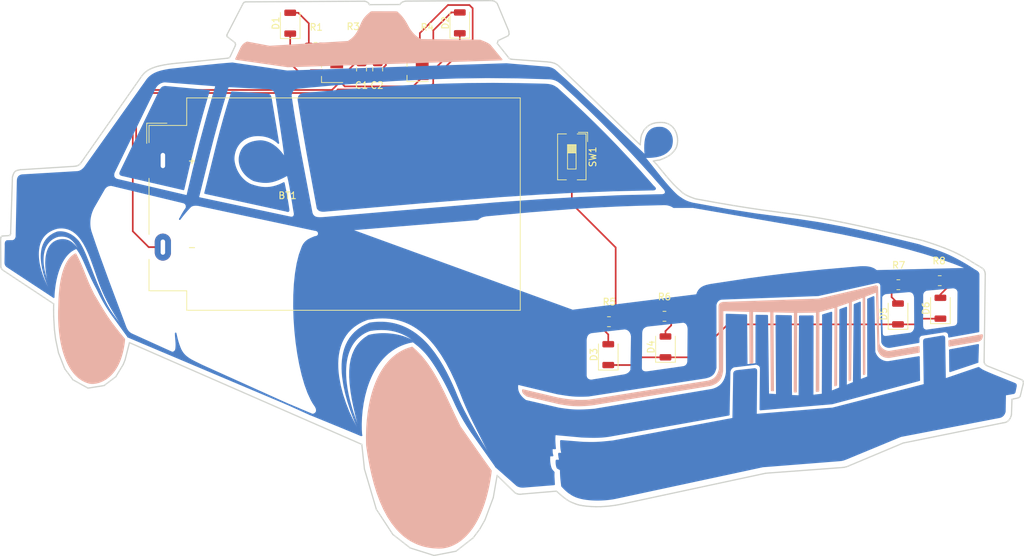
<source format=kicad_pcb>
(kicad_pcb (version 20201116) (generator pcbnew)
  (layers (0 "F.Cu" signal) (31 "B.Cu" signal) (34 "B.Paste" user) (35 "F.Paste" user) (36 "B.SilkS" user "B.Silkscreen") (37 "F.SilkS" user "F.Silkscreen") (38 "B.Mask" user) (39 "F.Mask" user) (44 "Edge.Cuts" user))
  (net 0 "")
  (net 1 "Net-(BT1-Pad2)")
  (net 2 "Net-(BT1-Pad1)")
  (net 3 "Net-(C1-Pad2)")
  (net 4 "Net-(C1-Pad1)")
  (net 5 "Net-(C2-Pad2)")
  (net 6 "Net-(C2-Pad1)")
  (net 7 "Net-(D1-Pad2)")
  (net 8 "Net-(D2-Pad2)")
  (net 9 "Net-(D3-Pad2)")
  (net 10 "Net-(D3-Pad1)")
  (net 11 "Net-(D4-Pad2)")
  (net 12 "Net-(D5-Pad2)")
  (net 13 "Net-(D6-Pad2)")
  (net 14 "Net-(R1-Pad1)")
  (footprint "LED_SMD:LED_1206_3216Metric_ReverseMount_Hole1.8x2.4mm" (layer "F.Cu") (at 111.298006 65.818693 90)
    (fp_text reference "D1")
    (fp_text value "LED")
  )
  (footprint "Package_TO_SOT_SMD:SOT-23_Handsoldering" (layer "F.Cu") (at 129.410506 72.918693 180)
    (fp_text reference "Q1")
    (fp_text value "Q_Dual_NPN_NPN_E1B1C2E2B2C1")
  )
  (footprint "Package_TO_SOT_SMD:SOT-23_Handsoldering" (layer "F.Cu") (at 116.710506 73.068693 180)
    (fp_text reference "Q2")
    (fp_text value "Q_Dual_NPN_NPN_E1B1C2E2B2C1")
  )
  (footprint "Resistor_SMD:R_0805_2012Metric_Pad1.20x1.40mm_HandSolder" (layer "F.Cu") (at 201.655506 104.708693)
    (fp_text reference "R7")
    (fp_text value "100")
  )
  (footprint "Resistor_SMD:R_0805_2012Metric_Pad1.20x1.40mm_HandSolder" (layer "F.Cu") (at 131.560506 69.418693)
    (fp_text reference "R4")
    (fp_text value "470")
  )
  (footprint "Resistor_SMD:R_0805_2012Metric_Pad1.20x1.40mm_HandSolder" (layer "F.Cu") (at 126.560506 69.418693 180)
    (fp_text reference "R2")
    (fp_text value "47k")
  )
  (footprint "Resistor_SMD:R_0805_2012Metric_Pad1.20x1.40mm_HandSolder" (layer "F.Cu") (at 166.905506 109.408693 180)
    (fp_text reference "R6")
    (fp_text value "100")
  )
  (footprint "LED_SMD:LED_1206_3216Metric_ReverseMount_Hole1.8x2.4mm" (layer "F.Cu") (at 167.055506 113.958693 90)
    (fp_text reference "D4")
    (fp_text value "LED")
  )
  (footprint "Button_Switch_SMD:SW_DIP_SPSTx01_Slide_6.7x4.1mm_W6.73mm_P2.54mm_LowProfile_JPin" (layer "F.Cu") (at 153.14 85.7 -90)
    (fp_text reference "SW1")
    (fp_text value "SW_SPST")
  )
  (footprint "LED_SMD:LED_1206_3216Metric_ReverseMount_Hole1.8x2.4mm" (layer "F.Cu") (at 158.555506 115.108693 90)
    (fp_text reference "D3")
    (fp_text value "LED")
  )
  (footprint "Capacitor_SMD:C_0805_2012Metric_Pad1.18x1.45mm_HandSolder" (layer "F.Cu") (at 124.298006 72.681193 90)
    (fp_text reference "C2")
    (fp_text value "10μF")
  )
  (footprint "Resistor_SMD:R_0805_2012Metric_Pad1.20x1.40mm_HandSolder" (layer "F.Cu") (at 120.560506 69.418693)
    (fp_text reference "R3")
    (fp_text value "47k")
  )
  (footprint "LED_SMD:LED_1206_3216Metric_ReverseMount_Hole1.8x2.4mm" (layer "F.Cu") (at 136.498006 65.768693 90)
    (fp_text reference "D2")
    (fp_text value "LED")
  )
  (footprint "Resistor_SMD:R_0805_2012Metric_Pad1.20x1.40mm_HandSolder" (layer "F.Cu") (at 115.060506 69.418693 180)
    (fp_text reference "R1")
    (fp_text value "470")
  )
  (footprint "Resistor_SMD:R_0805_2012Metric_Pad1.20x1.40mm_HandSolder" (layer "F.Cu") (at 207.805506 104.108693 180)
    (fp_text reference "R8")
    (fp_text value "100")
  )
  (footprint "Capacitor_SMD:C_0805_2012Metric_Pad1.18x1.45mm_HandSolder" (layer "F.Cu") (at 121.898006 72.681193 -90)
    (fp_text reference "C1")
    (fp_text value "10μF")
  )
  (footprint "LED_SMD:LED_1206_3216Metric_ReverseMount_Hole1.8x2.4mm" (layer "F.Cu") (at 207.905506 108.208693 90)
    (fp_text reference "D6")
    (fp_text value "LED")
  )
  (footprint "Resistor_SMD:R_0805_2012Metric_Pad1.20x1.40mm_HandSolder" (layer "F.Cu") (at 158.655506 110.208693)
    (fp_text reference "R5")
    (fp_text value "100")
  )
  (footprint "LED_SMD:LED_1206_3216Metric_ReverseMount_Hole1.8x2.4mm" (layer "F.Cu") (at 201.605506 109.058693 90)
    (fp_text reference "D5")
    (fp_text value "LED")
  )
  (footprint "Battery 9V custom:9V" (layer "F.Cu") (at 110.9 91.95)
    (fp_text reference "BT1")
    (fp_text value "9V")
  )
  (gr_poly (pts (xy 115.350779 93.294483) (xy 115.370339 93.333766) (xy 115.391146 93.370737) (xy 115.41316 93.405462) (xy 115.436344 93.438008) (xy 115.460658 93.46844) (xy 115.486062 93.496824) (xy 115.512519 93.523226) (xy 115.539988 93.547712) (xy 115.568431 93.570349) (xy 115.597809 93.591202) (xy 115.628083 93.610338) (xy 115.659213 93.627822) (xy 115.691161 93.643721) (xy 115.723887 93.6581) (xy 115.757353 93.671025) (xy 115.791519 93.682563) (xy 115.826347 93.69278) (xy 115.861798 93.701741) (xy 115.934409 93.716161) (xy 116.009042 93.726352) (xy 116.085383 93.732842) (xy 116.16312 93.736159) (xy 116.241942 93.736831) (xy 116.321535 93.735387) (xy 116.401588 93.732355) (xy 130.689573 92.500338) (xy 142.745777 91.554918) (xy 148.314926 91.193402) (xy 153.779687 90.908) (xy 159.291245 90.7002) (xy 165.000787 90.57149) (xy 165.08441 90.574729) (xy 165.163299 90.5747) (xy 165.236537 90.571167) (xy 165.303211 90.563898) (xy 165.362403 90.552656) (xy 165.388909 90.545473) (xy 165.413201 90.537209) (xy 165.435165 90.527834) (xy 165.454688 90.517321) (xy 165.471653 90.505638) (xy 165.485949 90.492757) (xy 165.497458 90.478649) (xy 165.506069 90.463285) (xy 165.511665 90.446634) (xy 165.514133 90.428668) (xy 165.513357 90.409357) (xy 165.509225 90.388672) (xy 165.501621 90.366584) (xy 165.490432 90.343064) (xy 165.475542 90.318082) (xy 165.456837 90.291608) (xy 165.434203 90.263614) (xy 165.407525 90.23407) (xy 165.376689 90.202948) (xy 165.341582 90.170216) (xy 165.302087 90.135847) (xy 165.258091 90.099811) (xy 163.384088 87.978971) (xy 161.600903 86.016599) (xy 159.875326 84.17594) (xy 158.174143 82.420234) (xy 156.464144 80.712724) (xy 154.712116 79.016651) (xy 152.884847 77.295258) (xy 150.949126 75.511787) (xy 150.77369 75.395493) (xy 150.689491 75.341241) (xy 150.605585 75.28975) (xy 150.520433 75.241143) (xy 150.432495 75.195541) (xy 150.340231 75.153068) (xy 150.242102 75.113846) (xy 150.136569 75.077997) (xy 150.022091 75.045646) (xy 149.89713 75.016913) (xy 149.760145 74.991922) (xy 149.609597 74.970796) (xy 149.443947 74.953657) (xy 149.261655 74.940628) (xy 149.061181 74.931831) (xy 145.260588 74.846063) (xy 141.487468 74.810149) (xy 137.633174 74.836014) (xy 133.589057 74.935586) (xy 129.246468 75.120791) (xy 124.496759 75.403555) (xy 119.231281 75.795806) (xy 113.341386 76.30947) (xy 113.266233 76.316171) (xy 113.190181 76.328275) (xy 113.114112 76.346095) (xy 113.038909 76.369944) (xy 112.965453 76.400136) (xy 112.929656 76.417709) (xy 112.894626 76.436985) (xy 112.860475 76.458004) (xy 112.827312 76.480805) (xy 112.795248 76.505426) (xy 112.764392 76.531908) (xy 112.734856 76.560289) (xy 112.706749 76.590608) (xy 112.680182 76.622905) (xy 112.655265 76.657219) (xy 112.632108 76.693589) (xy 112.610821 76.732054) (xy 112.591516 76.772654) (xy 112.574302 76.815428) (xy 112.559289 76.860414) (xy 112.546588 76.907652) (xy 112.536308 76.957182) (xy 112.528562 77.009042) (xy 112.523457 77.063272) (xy 112.521106 77.11991) (xy 112.521618 77.178997) (xy 112.525103 77.240571) (xy 113.181393 81.288955) (xy 113.857698 85.187283) (xy 115.350793 93.29449) (xy 115.350779 93.294483)) (layer "B.Cu") (width 0.236801) (fill solid))
  (gr_poly (pts (xy 95.444841 90.529728) (xy 96.294369 86.851719) (xy 97.179933 83.242933) (xy 97.648947 81.436363) (xy 98.142231 79.613338) (xy 98.664873 77.762602) (xy 99.221961 75.872902) (xy 92.713668 75.270433) (xy 92.584709 75.290315) (xy 92.528546 75.30082) (xy 92.476904 75.312825) (xy 92.429016 75.327171) (xy 92.40624 75.335486) (xy 92.384115 75.344702) (xy 92.362545 75.354925) (xy 92.341434 75.36626) (xy 92.320686 75.378813) (xy 92.300205 75.392688) (xy 92.279896 75.407991) (xy 92.259662 75.424828) (xy 92.239408 75.443303) (xy 92.219037 75.463522) (xy 92.198455 75.485591) (xy 92.177564 75.509614) (xy 92.156269 75.535698) (xy 92.134474 75.563946) (xy 92.089001 75.62736) (xy 92.040378 75.700699) (xy 91.987837 75.784806) (xy 91.930611 75.880522) (xy 86.088106 87.944026) (xy 86.068757 87.995058) (xy 86.053443 88.042506) (xy 86.042252 88.08653) (xy 86.03823 88.107307) (xy 86.035271 88.127289) (xy 86.033387 88.146493) (xy 86.032588 88.164942) (xy 86.032885 88.182654) (xy 86.03429 88.19965) (xy 86.036813 88.215949) (xy 86.040464 88.231572) (xy 86.045256 88.246538) (xy 86.051199 88.260868) (xy 86.058304 88.274581) (xy 86.066581 88.287697) (xy 86.076042 88.300237) (xy 86.086698 88.31222) (xy 86.09856 88.323667) (xy 86.111638 88.334596) (xy 86.125943 88.345029) (xy 86.141487 88.354985) (xy 86.15828 88.364484) (xy 86.176334 88.373547) (xy 86.195659 88.382192) (xy 86.216266 88.39044) (xy 86.261369 88.405826) (xy 86.311733 88.419863) (xy 95.444841 90.529728)) (layer "B.Cu") (width 0.236801) (fill solid))
  (gr_poly (pts (xy 69.379345 102.088156) (xy 69.339308 102.066474) (xy 69.299795 102.042567) (xy 69.261095 102.016314) (xy 69.2235 101.987594) (xy 69.187301 101.956288) (xy 69.152787 101.922274) (xy 69.136253 101.904215) (xy 69.12025 101.885433) (xy 69.104814 101.865914) (xy 69.08998 101.845643) (xy 69.075787 101.824605) (xy 69.062268 101.802785) (xy 69.049463 101.780167) (xy 69.037405 101.756737) (xy 69.026132 101.73248) (xy 69.015681 101.70738) (xy 69.006087 101.681422) (xy 68.997387 101.654592) (xy 68.989616 101.626875) (xy 68.982813 101.598254) (xy 68.977012 101.568716) (xy 68.97225 101.538245) (xy 68.968564 101.506826) (xy 68.965989 101.474444) (xy 68.964563 101.441085) (xy 68.964321 101.406732) (xy 69.006206 98.882443) (xy 69.001649 98.835792) (xy 68.998241 98.785367) (xy 68.996376 98.732103) (xy 68.996444 98.676934) (xy 68.998838 98.620797) (xy 69.003951 98.564625) (xy 69.012174 98.509355) (xy 69.023899 98.455919) (xy 69.03952 98.405255) (xy 69.048913 98.381253) (xy 69.059428 98.358295) (xy 69.071112 98.336497) (xy 69.084014 98.315977) (xy 69.098185 98.29685) (xy 69.113673 98.279233) (xy 69.130526 98.263245) (xy 69.148795 98.249) (xy 69.168527 98.236618) (xy 69.189772 98.226213) (xy 69.21258 98.217903) (xy 69.236998 98.211805) (xy 69.263077 98.208037) (xy 69.290864 98.206713) (xy 70.014023 98.199284) (xy 70.050093 98.196733) (xy 70.084863 98.192191) (xy 70.118351 98.185746) (xy 70.150578 98.177487) (xy 70.181563 98.167501) (xy 70.211325 98.155879) (xy 70.239885 98.142708) (xy 70.267261 98.128076) (xy 70.293472 98.112074) (xy 70.31854 98.094788) (xy 70.342482 98.076308) (xy 70.365319 98.056721) (xy 70.38707 98.036118) (xy 70.407754 98.014586) (xy 70.427392 97.992213) (xy 70.446002 97.969089) (xy 70.463604 97.945302) (xy 70.480218 97.92094) (xy 70.510559 97.870847) (xy 70.537179 97.819519) (xy 70.560237 97.767663) (xy 70.579887 97.715989) (xy 70.596285 97.665205) (xy 70.609589 97.616019) (xy 70.619953 97.569141) (xy 70.800344 89.246778) (xy 70.802355 89.19429) (xy 70.806059 89.143882) (xy 70.811409 89.09552) (xy 70.818358 89.049167) (xy 70.826859 89.004787) (xy 70.836866 88.962345) (xy 70.848331 88.921805) (xy 70.861207 88.883131) (xy 70.875448 88.846288) (xy 70.891007 88.811239) (xy 70.907837 88.777949) (xy 70.925891 88.746382) (xy 70.945122 88.716503) (xy 70.965484 88.688275) (xy 70.98693 88.661662) (xy 71.009413 88.63663) (xy 71.032885 88.613143) (xy 71.057301 88.591163) (xy 71.082613 88.570657) (xy 71.108774 88.551587) (xy 71.163459 88.517616) (xy 71.220978 88.488963) (xy 71.280959 88.465343) (xy 71.343027 88.446469) (xy 71.406806 88.432055) (xy 71.471921 88.421816) (xy 79.735212 87.931503) (xy 79.819728 87.916771) (xy 79.902861 87.895653) (xy 79.98438 87.86873) (xy 80.064056 87.836587) (xy 80.141657 87.799806) (xy 80.216953 87.758971) (xy 80.289714 87.714664) (xy 80.359709 87.667469) (xy 80.426707 87.617969) (xy 80.490478 87.566746) (xy 80.550791 87.514385) (xy 80.607417 87.461468) (xy 80.660123 87.408578) (xy 80.70868 87.356298) (xy 80.752858 87.305212) (xy 80.792425 87.255903) (xy 90.075128 74.195241) (xy 90.155447 74.099406) (xy 90.238093 74.008282) (xy 90.322967 73.921722) (xy 90.409968 73.839578) (xy 90.498999 73.761702) (xy 90.58996 73.687946) (xy 90.777274 73.552204) (xy 90.971117 73.431169) (xy 91.170697 73.323657) (xy 91.375219 73.228486) (xy 91.58389 73.144474) (xy 91.795917 73.070436) (xy 92.010506 73.005191) (xy 92.226864 72.947555) (xy 92.444198 72.896346) (xy 92.878617 72.808477) (xy 93.307417 72.732119) (xy 97.879476 72.232731) (xy 100.676702 71.952011) (xy 101.84097 71.847384) (xy 102.711049 71.783148) (xy 110.852044 72.977644) (xy 143.415617 71.892817) (xy 149.490627 72.40701) (xy 149.576704 72.412807) (xy 149.664566 72.424272) (xy 149.753496 72.440891) (xy 149.842776 72.462153) (xy 149.931688 72.487544) (xy 150.019514 72.516553) (xy 150.105539 72.548666) (xy 150.189043 72.583373) (xy 150.26931 72.62016) (xy 150.345621 72.658514) (xy 150.41726 72.697925) (xy 150.483509 72.737878) (xy 150.54365 72.777863) (xy 150.596967 72.817366) (xy 150.642741 72.855875) (xy 150.680254 72.892878) (xy 149.6013 74.040327) (xy 145.050733 73.905051) (xy 140.53255 73.868013) (xy 136.016771 73.924373) (xy 131.473415 74.069291) (xy 126.872503 74.297928) (xy 122.184056 74.605444) (xy 117.378091 74.986999) (xy 112.424631 75.437754) (xy 112.314389 75.459032) (xy 112.210349 75.485492) (xy 112.112475 75.517486) (xy 112.065841 75.535667) (xy 112.020736 75.555362) (xy 111.977157 75.576616) (xy 111.935098 75.599471) (xy 111.894556 75.623973) (xy 111.855527 75.650163) (xy 111.818006 75.678087) (xy 111.78199 75.707788) (xy 111.747473 75.73931) (xy 111.714453 75.772695) (xy 111.682924 75.807989) (xy 111.652883 75.845235) (xy 111.624325 75.884476) (xy 111.597246 75.925757) (xy 111.571642 75.969121) (xy 111.547509 76.014612) (xy 111.524843 76.062273) (xy 111.503639 76.112148) (xy 111.483893 76.164282) (xy 111.465602 76.218717) (xy 111.44876 76.275498) (xy 111.433364 76.334668) (xy 111.41941 76.396271) (xy 111.406893 76.46035) (xy 111.386154 76.596115) (xy 109.238979 76.789315) (xy 109.225271 76.6922) (xy 109.209828 76.600362) (xy 109.192677 76.513645) (xy 109.173845 76.431891) (xy 109.153358 76.354943) (xy 109.131245 76.282643) (xy 109.107532 76.214835) (xy 109.082247 76.151361) (xy 109.055415 76.092064) (xy 109.027066 76.036785) (xy 108.997225 75.985369) (xy 108.965919 75.937657) (xy 108.933177 75.893493) (xy 108.899024 75.852719) (xy 108.863489 75.815177) (xy 108.826597 75.780711) (xy 108.788377 75.749163) (xy 108.748855 75.720375) (xy 108.708058 75.694191) (xy 108.666014 75.670453) (xy 108.62275 75.649003) (xy 108.578292 75.629685) (xy 108.485905 75.596814) (xy 108.38907 75.570581) (xy 108.288003 75.549726) (xy 108.182922 75.532992) (xy 108.074043 75.51912) (xy 102.051748 75.203673) (xy 100.305832 75.088862) (xy 92.697266 74.497728) (xy 92.598691 74.502361) (xy 92.496966 74.513989) (xy 92.392801 74.532932) (xy 92.286906 74.559511) (xy 92.179991 74.594046) (xy 92.072767 74.636857) (xy 91.965943 74.688264) (xy 91.86023 74.748587) (xy 91.756339 74.818146) (xy 91.654978 74.897262) (xy 91.605469 74.940504) (xy 91.556859 74.986255) (xy 91.509237 75.034556) (xy 91.462692 75.085445) (xy 91.417312 75.138964) (xy 91.373186 75.195152) (xy 91.330404 75.25405) (xy 91.289053 75.315697) (xy 91.249223 75.380133) (xy 91.211002 75.447399) (xy 91.174479 75.517534) (xy 91.139743 75.590578) (xy 85.097387 88.028403) (xy 85.074781 88.110411) (xy 85.056415 88.191833) (xy 85.042906 88.27235) (xy 85.034869 88.351641) (xy 85.032921 88.429385) (xy 85.034422 88.467577) (xy 85.037677 88.505262) (xy 85.042762 88.542399) (xy 85.049755 88.57895) (xy 85.058732 88.614874) (xy 85.06977 88.65013) (xy 85.082946 88.684679) (xy 85.098338 88.718481) (xy 85.116022 88.751495) (xy 85.136076 88.783681) (xy 85.158576 88.815) (xy 85.183599 88.845412) (xy 85.211224 88.874875) (xy 85.241525 88.903351) (xy 85.274581 88.930799) (xy 85.310469 88.957179) (xy 85.349265 88.98245) (xy 85.391047 89.006574) (xy 85.435892 89.029509) (xy 85.483876 89.051216) (xy 85.535077 89.071655) (xy 85.589571 89.090785) (xy 95.992048 91.520216) (xy 96.922228 87.583987) (xy 97.923474 83.614566) (xy 99.037457 79.490133) (xy 100.305845 75.088868) (xy 102.051762 75.20368) (xy 101.193834 78.051896) (xy 100.49153 80.497526) (xy 99.910476 82.631014) (xy 99.416298 84.542805) (xy 97.620859 91.781883) (xy 111.325779 94.697509) (xy 111.390685 94.70517) (xy 111.453344 94.709086) (xy 111.51352 94.708861) (xy 111.542602 94.707073) (xy 111.570975 94.704102) (xy 111.598609 94.6999) (xy 111.625474 94.694416) (xy 111.65154 94.687602) (xy 111.676779 94.679407) (xy 111.70116 94.669784) (xy 111.724655 94.658682) (xy 111.747232 94.646053) (xy 111.768864 94.631847) (xy 111.78952 94.616015) (xy 111.809171 94.598508) (xy 111.827787 94.579276) (xy 111.845338 94.55827) (xy 111.861796 94.535441) (xy 111.87713 94.510739) (xy 111.891311 94.484116) (xy 111.90431 94.455522) (xy 111.916096 94.424908) (xy 111.926641 94.392225) (xy 111.935914 94.357422) (xy 111.943887 94.320452) (xy 111.950529 94.281265) (xy 111.955811 94.239811) (xy 111.959703 94.196041) (xy 111.962177 94.149906) (xy 111.829776 93.404474) (xy 111.706109 92.648283) (xy 111.467898 91.137914) (xy 111.344813 90.400879) (xy 111.213383 89.687374) (xy 111.069337 89.005969) (xy 110.908405 88.365237) (xy 110.533851 88.569127) (xy 110.180203 88.750611) (xy 109.84481 88.910156) (xy 109.525022 89.048228) (xy 109.218191 89.165291) (xy 108.921664 89.261812) (xy 108.632793 89.338256) (xy 108.348928 89.39509) (xy 108.067419 89.432778) (xy 107.785615 89.451788) (xy 107.500866 89.452584) (xy 107.210524 89.435632) (xy 106.911937 89.401398) (xy 106.602455 89.350348) (xy 106.27943 89.282948) (xy 105.94021 89.199663) (xy 105.778559 89.120732) (xy 105.623455 89.037225) (xy 105.474861 88.949369) (xy 105.332736 88.857389) (xy 105.197043 88.761511) (xy 105.067742 88.661961) (xy 104.944795 88.558966) (xy 104.828162 88.452751) (xy 104.717805 88.343543) (xy 104.613684 88.231567) (xy 104.515762 88.11705) (xy 104.423999 88.000217) (xy 104.338356 87.881295) (xy 104.258795 87.76051) (xy 104.185276 87.638088) (xy 104.11776 87.514255) (xy 104.05621 87.389236) (xy 104.000585 87.263258) (xy 103.950847 87.136548) (xy 103.906957 87.00933) (xy 103.868877 86.881832) (xy 103.836567 86.754278) (xy 103.809989 86.626896) (xy 103.789103 86.499911) (xy 103.773871 86.37355) (xy 103.764254 86.248038) (xy 103.760213 86.123601) (xy 103.761709 86.000465) (xy 103.768703 85.878858) (xy 103.781157 85.759003) (xy 103.799031 85.641129) (xy 103.822287 85.525459) (xy 103.855615 85.387864) (xy 103.893136 85.25545) (xy 103.934835 85.128148) (xy 103.980693 85.005886) (xy 104.030694 84.888597) (xy 104.084822 84.776209) (xy 104.14306 84.668653) (xy 104.205391 84.565859) (xy 104.271799 84.467757) (xy 104.342266 84.374278) (xy 104.416775 84.285351) (xy 104.495311 84.200907) (xy 104.577856 84.120876) (xy 104.664394 84.045188) (xy 104.754908 83.973773) (xy 104.849381 83.906561) (xy 104.947796 83.843482) (xy 105.050137 83.784467) (xy 105.156387 83.729446) (xy 105.266529 83.678349) (xy 105.380546 83.631105) (xy 105.498422 83.587646) (xy 105.62014 83.547901) (xy 105.745683 83.511801) (xy 105.875035 83.479275) (xy 106.008178 83.450254) (xy 106.285773 83.402447) (xy 106.578333 83.36782) (xy 106.885726 83.345816) (xy 107.116264 83.363059) (xy 107.347157 83.395796) (xy 107.578305 83.444862) (xy 107.809607 83.511095) (xy 108.040964 83.595334) (xy 108.272274 83.698414) (xy 108.503438 83.821175) (xy 108.734355 83.964452) (xy 108.964926 84.129084) (xy 109.19505 84.315907) (xy 109.424626 84.52576) (xy 109.653555 84.759479) (xy 109.881736 85.017902) (xy 110.109069 85.301867) (xy 110.335453 85.612211) (xy 110.56079 85.949771) (xy 110.431638 84.870622) (xy 110.283365 83.756483) (xy 109.947082 81.455557) (xy 109.238979 76.789336) (xy 111.386154 76.596136) (xy 111.70757 78.73784) (xy 112.053642 80.86459) (xy 112.807933 85.120805) (xy 114.482383 93.977157) (xy 114.503806 94.054304) (xy 114.527958 94.126561) (xy 114.554766 94.194078) (xy 114.584156 94.257009) (xy 114.616056 94.315505) (xy 114.650393 94.369716) (xy 114.687095 94.419796) (xy 114.726088 94.465895) (xy 114.767301 94.508166) (xy 114.81066 94.546759) (xy 114.856093 94.581828) (xy 114.903527 94.613522) (xy 114.952889 94.641995) (xy 115.004107 94.667397) (xy 115.057107 94.68988) (xy 115.111818 94.709597) (xy 115.168166 94.726698) (xy 115.226078 94.741336) (xy 115.285483 94.753662) (xy 115.346307 94.763827) (xy 115.408477 94.771984) (xy 115.471921 94.778283) (xy 115.60234 94.785919) (xy 115.736982 94.787947) (xy 115.875264 94.78558) (xy 116.016606 94.780033) (xy 116.160426 94.772518) (xy 141.676295 92.596347) (xy 148.004133 92.146508) (xy 154.273733 91.77702) (xy 160.466204 91.509217) (xy 166.562653 91.364434) (xy 166.606102 91.360372) (xy 166.64814 91.354691) (xy 166.688699 91.347409) (xy 166.727712 91.338542) (xy 166.765111 91.328107) (xy 166.800829 91.316121) (xy 166.834799 91.302601) (xy 166.866952 91.287563) (xy 166.897222 91.271025) (xy 166.925541 91.253002) (xy 166.951842 91.233512) (xy 166.976057 91.212572) (xy 166.998119 91.190198) (xy 167.01796 91.166406) (xy 167.035513 91.141215) (xy 167.05071 91.11464) (xy 167.063484 91.086698) (xy 167.073768 91.057406) (xy 167.081494 91.026781) (xy 167.086594 90.994839) (xy 167.089001 90.961598) (xy 167.088648 90.927073) (xy 167.085468 90.891283) (xy 167.079392 90.854243) (xy 167.070353 90.81597) (xy 167.058285 90.776481) (xy 167.043118 90.735793) (xy 167.024787 90.693923) (xy 167.003223 90.650887) (xy 166.97836 90.606702) (xy 166.950129 90.561385) (xy 166.918463 90.514952) (xy 165.078086 88.418417) (xy 163.220876 86.36532) (xy 161.347213 84.355128) (xy 159.457479 82.387311) (xy 157.552055 80.461335) (xy 155.63132 78.576671) (xy 153.695656 76.732786) (xy 151.745443 74.929148) (xy 151.617538 74.818812) (xy 151.493184 74.716309) (xy 151.371445 74.621524) (xy 151.251387 74.534346) (xy 151.132074 74.454661) (xy 151.01257 74.382356) (xy 150.89194 74.317318) (xy 150.769249 74.259434) (xy 150.643562 74.208591) (xy 150.513943 74.164676) (xy 150.379458 74.127576) (xy 150.239169 74.097179) (xy 150.092143 74.07337) (xy 149.937444 74.056037) (xy 149.774137 74.045067) (xy 149.601286 74.040348) (xy 150.680241 72.892891) (xy 152.163609 74.225142) (xy 153.775802 75.717917) (xy 157.238672 79.005978) (xy 160.772868 82.398951) (xy 164.082407 85.538713) (xy 164.032976 84.954111) (xy 164.012382 84.418184) (xy 164.020253 83.929745) (xy 164.056213 83.487607) (xy 164.119891 83.090584) (xy 164.162007 82.908619) (xy 164.210912 82.737488) (xy 164.266559 82.577042) (xy 164.328902 82.427133) (xy 164.397894 82.287613) (xy 164.473488 82.158332) (xy 164.555638 82.039143) (xy 164.644296 81.929898) (xy 164.739417 81.830447) (xy 164.840953 81.740643) (xy 164.948859 81.660337) (xy 165.063086 81.589381) (xy 165.183588 81.527627) (xy 165.310319 81.474926) (xy 165.443232 81.43113) (xy 165.582281 81.39609) (xy 165.727418 81.369658) (xy 165.878597 81.351686) (xy 166.198893 81.340527) (xy 166.542796 81.361427) (xy 166.662349 81.39255) (xy 166.777095 81.429338) (xy 166.887008 81.471612) (xy 166.992062 81.519191) (xy 167.092231 81.571896) (xy 167.187489 81.629547) (xy 167.27781 81.691965) (xy 167.363167 81.758969) (xy 167.443534 81.830379) (xy 167.518885 81.906016) (xy 167.589194 81.9857) (xy 167.654434 82.069251) (xy 167.71458 82.156489) (xy 167.769605 82.247234) (xy 167.819484 82.341307) (xy 167.864188 82.438528) (xy 167.903694 82.538717) (xy 167.937974 82.641694) (xy 167.967002 82.747279) (xy 167.990753 82.855292) (xy 168.009199 82.965555) (xy 168.022315 83.077885) (xy 168.030074 83.192105) (xy 168.032451 83.308034) (xy 168.029418 83.425493) (xy 168.020951 83.5443) (xy 168.007022 83.664278) (xy 167.987606 83.785245) (xy 167.962676 83.907022) (xy 167.932206 84.029429) (xy 167.89617 84.152287) (xy 167.854542 84.275415) (xy 167.778241 84.395215) (xy 167.697777 84.508455) (xy 167.613264 84.615315) (xy 167.524818 84.715972) (xy 167.432554 84.810604) (xy 167.336586 84.899391) (xy 167.23703 84.982511) (xy 167.134 85.060141) (xy 167.027611 85.132461) (xy 166.917978 85.199649) (xy 166.805216 85.261884) (xy 166.68944 85.319343) (xy 166.570766 85.372206) (xy 166.449307 85.420651) (xy 166.325179 85.464855) (xy 166.198496 85.504998) (xy 165.937928 85.573815) (xy 165.668522 85.628527) (xy 165.391197 85.670562) (xy 165.106872 85.701348) (xy 164.816467 85.722312) (xy 164.520902 85.734883) (xy 164.221096 85.740486) (xy 163.917968 85.740551) (xy 164.520171 86.476085) (xy 165.123452 87.231662) (xy 166.334393 88.750897) (xy 166.942626 89.488529) (xy 167.553083 90.194155) (xy 167.859234 90.530898) (xy 168.166049 90.85476) (xy 168.473563 91.164114) (xy 168.781812 91.457334) (xy 168.985259 91.607492) (xy 169.173229 91.741355) (xy 169.347241 91.860182) (xy 169.508814 91.965231) (xy 169.659467 92.05776) (xy 169.80072 92.139028) (xy 169.934091 92.210294) (xy 170.061099 92.272815) (xy 170.183264 92.327851) (xy 170.302104 92.376659) (xy 170.419138 92.420498) (xy 170.535885 92.460626) (xy 170.774596 92.534784) (xy 171.030388 92.609201) (xy 176.425201 93.587138) (xy 180.515683 94.225267) (xy 186.715995 95.0458) (xy 189.791997 95.510055) (xy 193.49601 96.198203) (xy 195.734485 96.670276) (xy 198.31112 97.251169) (xy 204.720413 98.809878) (xy 205.117431 98.949204) (xy 205.513645 99.079484) (xy 206.318596 99.331831) (xy 207.165131 99.604776) (xy 207.613325 99.760802) (xy 208.083115 99.936174) (xy 208.578234 100.135621) (xy 209.102414 100.363878) (xy 209.659389 100.625675) (xy 210.252892 100.925745) (xy 210.886656 101.268819) (xy 211.564414 101.659629) (xy 212.2899 102.102907) (xy 213.066846 102.603386) (xy 211.999608 102.321875) (xy 209.943352 101.503539) (xy 207.783385 100.741229) (xy 205.527693 100.029974) (xy 203.184265 99.364804) (xy 200.761086 98.740745) (xy 198.266144 98.152829) (xy 193.092918 97.065533) (xy 187.728483 96.063147) (xy 182.236735 95.105899) (xy 171.126886 93.167736) (xy 168.275698 93.178511) (xy 168.194828 93.12366) (xy 168.110375 93.072008) (xy 168.022228 93.023709) (xy 167.930271 92.978914) (xy 167.83439 92.937777) (xy 167.734471 92.900451) (xy 167.630401 92.867088) (xy 167.522065 92.837841) (xy 167.409348 92.812862) (xy 167.292138 92.792305) (xy 167.17032 92.776322) (xy 167.04378 92.765065) (xy 166.912403 92.758689) (xy 166.776076 92.757344) (xy 166.634685 92.761184) (xy 166.488115 92.770363) (xy 163.004758 92.852325) (xy 159.646403 92.977907) (xy 156.393026 93.142189) (xy 153.224607 93.340252) (xy 147.062552 93.818036) (xy 141.000062 94.371901) (xy 140.815215 94.386273) (xy 140.644709 94.402515) (xy 140.48745 94.420899) (xy 140.342343 94.441697) (xy 140.208291 94.465181) (xy 140.084199 94.491625) (xy 139.968971 94.5213) (xy 139.861512 94.554478) (xy 139.760726 94.591433) (xy 139.665518 94.632435) (xy 139.574791 94.677757) (xy 139.487451 94.727673) (xy 139.402402 94.782453) (xy 139.318547 94.84237) (xy 139.234793 94.907697) (xy 139.150042 94.978706) (xy 120.220674 96.517922) (xy 153.254554 108.550426) (xy 171.725114 106.241604) (xy 171.757308 106.129707) (xy 171.793221 106.023923) (xy 171.832702 105.924054) (xy 171.875602 105.829899) (xy 171.92177 105.741258) (xy 171.971057 105.657933) (xy 172.023313 105.579722) (xy 172.078388 105.506426) (xy 172.136132 105.437846) (xy 172.196395 105.373781) (xy 172.259029 105.314032) (xy 172.323881 105.258399) (xy 172.390804 105.206682) (xy 172.459647 105.158682) (xy 172.53026 105.114198) (xy 172.602493 105.07303) (xy 172.676197 105.03498) (xy 172.751221 104.999847) (xy 172.904633 104.937532) (xy 173.061529 104.884489) (xy 173.220712 104.839118) (xy 173.380981 104.799821) (xy 173.541138 104.765) (xy 173.856324 104.702391) (xy 179.455058 103.855993) (xy 182.174859 103.488704) (xy 184.876139 103.154232) (xy 187.584787 102.849236) (xy 190.326694 102.570375) (xy 196.013849 102.077688) (xy 196.326744 102.070278) (xy 196.645032 102.073701) (xy 196.804602 102.081335) (xy 196.963604 102.093908) (xy 197.121399 102.112164) (xy 197.277349 102.136846) (xy 197.430816 102.168699) (xy 197.58116 102.208465) (xy 197.727743 102.256889) (xy 197.869926 102.314714) (xy 198.00707 102.382683) (xy 198.138538 102.461541) (xy 198.263689 102.55203) (xy 198.323697 102.601869) (xy 198.381886 102.654895) (xy 211.999608 102.321868) (xy 213.066846 102.603379) (xy 213.128626 102.631142) (xy 213.186861 102.661023) (xy 213.241468 102.692873) (xy 213.292362 102.726539) (xy 213.33946 102.761872) (xy 213.382677 102.798721) (xy 213.421931 102.836934) (xy 213.457137 102.876363) (xy 213.488212 102.916855) (xy 213.515072 102.95826) (xy 213.537633 103.000428) (xy 213.547275 103.02175) (xy 213.555811 103.043207) (xy 213.563231 103.064779) (xy 213.569524 103.086447) (xy 213.574679 103.108193) (xy 213.578686 103.129998) (xy 213.581534 103.151843) (xy 213.583214 103.173709) (xy 213.583714 103.195577) (xy 213.583025 103.217428) (xy 213.560505 111.661973) (xy 209.177264 112.448973) (xy 209.153795 112.087766) (xy 209.143946 112.060298) (xy 209.133144 112.033726) (xy 209.121409 112.008054) (xy 209.108759 111.983285) (xy 209.095213 111.959424) (xy 209.080791 111.936475) (xy 209.065511 111.914441) (xy 209.049392 111.893329) (xy 209.032454 111.87314) (xy 209.014716 111.85388) (xy 208.996197 111.835553) (xy 208.976915 111.818162) (xy 208.95689 111.801713) (xy 208.936141 111.786209) (xy 208.914687 111.771654) (xy 208.892546 111.758052) (xy 208.869739 111.745409) (xy 208.846284 111.733727) (xy 208.8222 111.72301) (xy 208.797506 111.713264) (xy 208.772221 111.704493) (xy 208.746365 111.696699) (xy 208.719956 111.689889) (xy 208.693014 111.684065) (xy 208.665557 111.679231) (xy 208.637604 111.675393) (xy 208.609175 111.672554) (xy 208.580289 111.670719) (xy 208.550964 111.66989) (xy 208.52122 111.670074) (xy 208.491076 111.671273) (xy 208.460551 111.673492) (xy 205.038708 112.203628) (xy 204.996641 112.227506) (xy 204.957283 112.252882) (xy 204.920597 112.27967) (xy 204.886549 112.307779) (xy 204.855101 112.33712) (xy 204.826219 112.367604) (xy 204.799867 112.399142) (xy 204.776009 112.431644) (xy 204.754608 112.465022) (xy 204.73563 112.499187) (xy 204.719039 112.534048) (xy 204.704798 112.569517) (xy 204.692873 112.605504) (xy 204.683226 112.641921) (xy 204.675823 112.678679) (xy 204.670628 112.715687) (xy 204.666156 113.253751) (xy 200.466439 113.969415) (xy 200.411775 113.980552) (xy 200.346997 113.986956) (xy 200.273632 113.988017) (xy 200.193202 113.983121) (xy 200.107232 113.971657) (xy 200.017246 113.953015) (xy 199.924768 113.926581) (xy 199.831323 113.891745) (xy 199.784713 113.870984) (xy 199.738434 113.847894) (xy 199.692675 113.822397) (xy 199.647627 113.794417) (xy 199.60348 113.763878) (xy 199.560424 113.730703) (xy 199.518652 113.694815) (xy 199.478352 113.656139) (xy 199.439715 113.614597) (xy 199.402933 113.570113) (xy 199.368195 113.522612) (xy 199.335691 113.472016) (xy 199.305614 113.418248) (xy 199.278152 113.361233) (xy 199.253498 113.300894) (xy 199.23184 113.237154) (xy 199.129019 109.47689) (xy 199.15279 109.979049) (xy 199.18388 110.841079) (xy 199.22243 112.018561) (xy 199.23173 112.055567) (xy 199.241759 112.090247) (xy 199.2525 112.122683) (xy 199.263933 112.152955) (xy 199.276038 112.181145) (xy 199.288796 112.207334) (xy 199.302188 112.231603) (xy 199.316195 112.254034) (xy 199.330797 112.274708) (xy 199.345975 112.293707) (xy 199.36171 112.311111) (xy 199.377982 112.327002) (xy 199.394772 112.341461) (xy 199.412061 112.354569) (xy 199.429829 112.366408) (xy 199.448057 112.37706) (xy 199.466726 112.386605) (xy 199.485817 112.395124) (xy 199.50531 112.402699) (xy 199.525186 112.409412) (xy 199.566008 112.420574) (xy 199.608131 112.42926) (xy 199.651399 112.436121) (xy 199.695658 112.441808) (xy 199.786531 112.452257) (xy 203.407514 111.970855) (xy 203.439427 111.964678) (xy 203.471697 111.956515) (xy 203.504228 111.946385) (xy 203.536924 111.93431) (xy 203.569688 111.920311) (xy 203.602426 111.904408) (xy 203.63504 111.886623) (xy 203.667436 111.866975) (xy 203.699517 111.845487) (xy 203.731187 111.822178) (xy 203.762351 111.79707) (xy 203.792912 111.770183) (xy 203.822775 111.741538) (xy 203.851843 111.711156) (xy 203.880021 111.679058) (xy 203.907213 111.645265) (xy 203.933323 111.609797) (xy 203.958255 111.572675) (xy 203.981913 111.53392) (xy 204.004201 111.493554) (xy 204.025023 111.451596) (xy 204.044284 111.408067) (xy 204.061887 111.362989) (xy 204.077736 111.316382) (xy 204.091736 111.268267) (xy 204.103791 111.218665) (xy 204.113804 111.167597) (xy 204.12168 111.115083) (xy 204.127323 111.061144) (xy 204.130637 111.005802) (xy 204.131526 110.949076) (xy 204.129894 110.890989) (xy 205.215384 110.598577) (xy 205.215653 110.700198) (xy 205.219091 110.795587) (xy 205.226118 110.884805) (xy 205.237156 110.967911) (xy 205.252624 111.044966) (xy 205.272943 111.116029) (xy 205.285053 111.149333) (xy 205.298534 111.181162) (xy 205.313438 111.211522) (xy 205.329817 111.240423) (xy 205.347724 111.267871) (xy 205.367212 111.293874) (xy 205.388334 111.318439) (xy 205.411141 111.341574) (xy 205.435686 111.363286) (xy 205.462023 111.383583) (xy 205.490203 111.402473) (xy 205.520279 111.419963) (xy 205.552304 111.43606) (xy 205.58633 111.450772) (xy 205.62241 111.464107) (xy 205.660596 111.476072) (xy 205.700941 111.486674) (xy 205.743498 111.495921) (xy 205.835456 111.510381) (xy 209.937848 110.945257) (xy 209.984414 110.929578) (xy 210.028013 110.913762) (xy 210.06876 110.897796) (xy 210.106769 110.881669) (xy 210.142154 110.865369) (xy 210.17503 110.848884) (xy 210.205512 110.832203) (xy 210.233713 110.815314) (xy 210.259749 110.798205) (xy 210.283733 110.780866) (xy 210.30578 110.763283) (xy 210.326004 110.745446) (xy 210.34452 110.727343) (xy 210.361442 110.708962) (xy 210.376885 110.690292) (xy 210.390962 110.67132) (xy 210.403789 110.652036) (xy 210.41548 110.632428) (xy 210.43591 110.592192) (xy 210.453167 110.550519) (xy 210.468168 110.507316) (xy 210.523902 110.317339) (xy 210.565759 105.775411) (xy 210.555829 105.736134) (xy 210.545022 105.698279) (xy 210.533332 105.661827) (xy 210.520755 105.626758) (xy 210.507288 105.593053) (xy 210.492925 105.560691) (xy 210.477663 105.529654) (xy 210.461498 105.499921) (xy 210.444424 105.471473) (xy 210.426439 105.44429) (xy 210.407537 105.418352) (xy 210.387714 105.393641) (xy 210.366966 105.370136) (xy 210.345289 105.347817) (xy 210.322678 105.326665) (xy 210.29913 105.30666) (xy 210.274639 105.287783) (xy 210.249203 105.270014) (xy 210.222815 105.253333) (xy 210.195473 105.237721) (xy 210.167171 105.223158) (xy 210.137906 105.209623) (xy 210.107673 105.197099) (xy 210.076469 105.185564) (xy 210.011126 105.165386) (xy 209.941845 105.148932) (xy 209.868589 105.136044) (xy 209.791327 105.126565) (xy 205.856378 105.482385) (xy 205.818815 105.494075) (xy 205.782104 105.506986) (xy 205.746276 105.521116) (xy 205.71136 105.536461) (xy 205.677387 105.553017) (xy 205.644388 105.570781) (xy 205.612393 105.589749) (xy 205.581433 105.609918) (xy 205.551539 105.631284) (xy 205.522741 105.653844) (xy 205.495071 105.677595) (xy 205.468557 105.702533) (xy 205.443231 105.728654) (xy 205.419125 105.755955) (xy 205.396267 105.784433) (xy 205.374689 105.814084) (xy 205.354422 105.844904) (xy 205.335495 105.87689) (xy 205.31794 105.910039) (xy 205.301788 105.944347) (xy 205.287068 105.979811) (xy 205.273812 106.016427) (xy 205.262049 106.054191) (xy 205.251811 106.093101) (xy 205.243129 106.133153) (xy 205.236032 106.174343) (xy 205.230552 106.216667) (xy 205.226718 106.260123) (xy 205.224563 106.304707) (xy 205.224115 106.350415) (xy 205.225406 106.397244) (xy 205.228467 106.44519) (xy 205.215397 110.598577) (xy 204.129908 110.890989) (xy 204.107709 106.552408) (xy 204.081725 106.432241) (xy 204.065295 106.365243) (xy 204.045291 106.295357) (xy 204.020748 106.223875) (xy 203.990706 106.152088) (xy 203.9542 106.081288) (xy 203.933222 106.046662) (xy 203.910268 106.012767) (xy 203.885216 105.979765) (xy 203.857947 105.947816) (xy 203.82834 105.917083) (xy 203.796275 105.887727) (xy 203.761632 105.859909) (xy 203.724289 105.833791) (xy 203.684128 105.809535) (xy 203.641027 105.7873) (xy 203.594865 105.76725) (xy 203.545524 105.749546) (xy 203.492882 105.734349) (xy 203.436819 105.72182) (xy 203.377215 105.712121) (xy 203.31395 105.705413) (xy 203.246902 105.701858) (xy 203.175952 105.701618) (xy 199.800658 105.987465) (xy 199.739988 106.00664) (xy 199.681107 106.028265) (xy 199.624186 106.052281) (xy 199.569392 106.078626) (xy 199.516893 106.107239) (xy 199.466857 106.138058) (xy 199.419454 106.171024) (xy 199.374851 106.206076) (xy 199.333217 106.243152) (xy 199.294719 106.282191) (xy 199.259527 106.323133) (xy 199.227809 106.365917) (xy 199.199732 106.410482) (xy 199.175465 106.456766) (xy 199.155177 106.50471) (xy 199.139036 106.554252) (xy 199.133254 107.604687) (xy 199.129012 109.47689) (xy 199.095895 104.854471) (xy 199.084346 104.796196) (xy 199.069086 104.739025) (xy 199.049894 104.683528) (xy 199.038755 104.656584) (xy 199.02655 104.630272) (xy 199.013252 104.604662) (xy 198.998833 104.579826) (xy 198.983267 104.555835) (xy 198.966524 104.53276) (xy 198.948579 104.510672) (xy 198.929402 104.489642) (xy 198.908968 104.469741) (xy 198.887248 104.45104) (xy 198.864214 104.43361) (xy 198.839839 104.417523) (xy 198.814096 104.40285) (xy 198.786958 104.389661) (xy 198.758395 104.378027) (xy 198.728382 104.368021) (xy 198.696891 104.359712) (xy 198.663893 104.353173) (xy 198.629362 104.348473) (xy 198.593269 104.345684) (xy 198.555588 104.344878) (xy 198.516291 104.346125) (xy 198.475351 104.349497) (xy 198.432739 104.355063) (xy 198.388428 104.362897) (xy 198.342391 104.373068) (xy 189.760874 106.277746) (xy 175.443947 106.809245) (xy 175.391979 106.813821) (xy 175.341462 106.820769) (xy 175.292397 106.830012) (xy 175.244786 106.841477) (xy 175.19863 106.855088) (xy 175.153931 106.87077) (xy 175.11069 106.888449) (xy 175.068909 106.908049) (xy 175.028589 106.929497) (xy 174.989733 106.952715) (xy 174.952341 106.977631) (xy 174.916415 107.004169) (xy 174.881957 107.032254) (xy 174.848968 107.061811) (xy 174.81745 107.092766) (xy 174.787405 107.125043) (xy 174.758833 107.158567) (xy 174.731737 107.193265) (xy 174.706118 107.22906) (xy 174.681978 107.265878) (xy 174.638139 107.342284) (xy 174.600234 107.421882) (xy 174.568275 107.504075) (xy 174.542273 107.588263) (xy 174.522243 107.673846) (xy 174.508195 107.760226) (xy 174.512675 117.07791) (xy 174.442498 117.302009) (xy 174.406293 117.413619) (xy 174.366659 117.524126) (xy 174.321582 117.632923) (xy 174.269048 117.739402) (xy 174.239356 117.791583) (xy 174.207044 117.842956) (xy 174.171861 117.893446) (xy 174.133555 117.942976) (xy 174.091875 117.991472) (xy 174.046568 118.038856) (xy 173.997384 118.085054) (xy 173.94407 118.129988) (xy 173.886374 118.173584) (xy 173.824045 118.215765) (xy 173.756832 118.256455) (xy 173.684481 118.295578) (xy 173.606743 118.333058) (xy 173.523364 118.36882) (xy 173.434094 118.402787) (xy 173.33868 118.434884) (xy 173.236871 118.465034) (xy 173.128415 118.493162) (xy 173.013061 118.519192) (xy 172.890556 118.543047) (xy 170.420757 116.052312) (xy 170.462641 111.510385) (xy 170.466351 111.405217) (xy 170.464422 111.299375) (xy 170.456602 111.193747) (xy 170.442642 111.089221) (xy 170.42229 110.986686) (xy 170.395294 110.887032) (xy 170.361403 110.791145) (xy 170.320367 110.699916) (xy 170.29709 110.656326) (xy 170.271933 110.614234) (xy 170.244864 110.57375) (xy 170.215852 110.534985) (xy 170.184865 110.498052) (xy 170.151871 110.463061) (xy 170.11684 110.430123) (xy 170.07974 110.399348) (xy 170.040539 110.37085) (xy 169.999207 110.344737) (xy 169.955711 110.321122) (xy 169.910021 110.300115) (xy 169.862104 110.281828) (xy 169.811931 110.266372) (xy 169.759468 110.253857) (xy 169.704686 110.244396) (xy 164.375437 110.821166) (xy 164.312955 110.837245) (xy 164.253188 110.854765) (xy 164.196085 110.873709) (xy 164.141597 110.894064) (xy 164.089676 110.915815) (xy 164.040271 110.938945) (xy 163.993332 110.963441) (xy 163.948811 110.989288) (xy 163.906658 111.01647) (xy 163.866824 111.044973) (xy 163.829258 111.074781) (xy 163.793912 111.105881) (xy 163.760736 111.138256) (xy 163.729681 111.171892) (xy 163.700697 111.206774) (xy 163.673734 111.242887) (xy 163.648744 111.280217) (xy 163.625676 111.318747) (xy 163.604482 111.358464) (xy 163.585112 111.399352) (xy 163.567515 111.441396) (xy 163.551644 111.484582) (xy 163.537448 111.528895) (xy 163.524878 111.574319) (xy 163.504417 111.668442) (xy 163.489867 111.766833) (xy 163.480831 111.869372) (xy 163.476913 111.975939) (xy 163.430017 117.098843) (xy 161.96488 117.266286) (xy 162.048568 112.389471) (xy 162.037145 112.3045) (xy 162.020435 112.215845) (xy 161.997991 112.124666) (xy 161.969366 112.032125) (xy 161.934115 111.939385) (xy 161.891788 111.847607) (xy 161.841941 111.757952) (xy 161.814057 111.714284) (xy 161.784125 111.671582) (xy 161.752089 111.629992) (xy 161.717894 111.589659) (xy 161.681483 111.550728) (xy 161.642801 111.513345) (xy 161.601791 111.477654) (xy 161.558399 111.4438) (xy 161.512567 111.41193) (xy 161.464241 111.382188) (xy 161.413364 111.354719) (xy 161.35988 111.329669) (xy 161.303734 111.307183) (xy 161.24487 111.287405) (xy 161.183231 111.270482) (xy 161.118763 111.256558) (xy 161.051408 111.245779) (xy 160.981112 111.23829) (xy 156.1671 111.782482) (xy 156.105501 111.792139) (xy 156.046012 111.803914) (xy 155.98863 111.817829) (xy 155.933352 111.833904) (xy 155.880173 111.852162) (xy 155.82909 111.872622) (xy 155.780101 111.895307) (xy 155.7332 111.920238) (xy 155.688386 111.947436) (xy 155.645654 111.976922) (xy 155.605 112.008718) (xy 155.566421 112.042845) (xy 155.529915 112.079324) (xy 155.495476 112.118176) (xy 155.463102 112.159423) (xy 155.432789 112.203086) (xy 155.404534 112.249186) (xy 155.378333 112.297745) (xy 155.354182 112.348784) (xy 155.332078 112.402323) (xy 155.312018 112.458385) (xy 155.293998 112.51699) (xy 155.278014 112.578161) (xy 155.264063 112.641917) (xy 155.252141 112.708281) (xy 155.242246 112.777274) (xy 155.234372 112.848916) (xy 155.228518 112.92323) (xy 155.224678 113.000236) (xy 155.222851 113.079956) (xy 155.223032 113.162411) (xy 155.225217 113.247622) (xy 155.225176 118.187231) (xy 155.228245 118.240556) (xy 155.234016 118.292133) (xy 155.242424 118.341934) (xy 155.253402 118.389935) (xy 155.266883 118.43611) (xy 155.282802 118.480433) (xy 155.301091 118.522878) (xy 155.321684 118.563421) (xy 155.344515 118.602034) (xy 155.369518 118.638693) (xy 155.396625 118.673373) (xy 155.425771 118.706046) (xy 155.456889 118.736689) (xy 155.489913 118.765274) (xy 155.524776 118.791777) (xy 155.561412 118.816172) (xy 155.599755 118.838433) (xy 155.639737 118.858535) (xy 155.681293 118.876451) (xy 155.724356 118.892157) (xy 155.76886 118.905627) (xy 155.814738 118.916835) (xy 155.861924 118.925755) (xy 155.910351 118.932362) (xy 155.959953 118.936631) (xy 156.010664 118.938535) (xy 156.062417 118.938049) (xy 156.115146 118.935147) (xy 156.168784 118.929804) (xy 156.223265 118.921993) (xy 156.278522 118.911691) (xy 156.33449 118.89887) (xy 161.022942 118.14537) (xy 161.127342 118.112939) (xy 161.223711 118.078343) (xy 161.312543 118.041439) (xy 161.394334 118.002085) (xy 161.469578 117.960141) (xy 161.53877 117.915463) (xy 161.602404 117.867912) (xy 161.660976 117.817344) (xy 161.71498 117.763618) (xy 161.764911 117.706593) (xy 161.811264 117.646126) (xy 161.854533 117.582077) (xy 161.895213 117.514303) (xy 161.9338 117.442663) (xy 161.970787 117.367016) (xy 162.006669 117.287219) (xy 163.430017 117.098843) (xy 163.431338 117.13477) (xy 163.434318 117.17025) (xy 163.438988 117.205216) (xy 163.445381 117.239602) (xy 163.45353 117.273341) (xy 163.463466 117.306365) (xy 163.475223 117.338608) (xy 163.488832 117.370003) (xy 163.504327 117.400484) (xy 163.521739 117.429983) (xy 163.541101 117.458433) (xy 163.562445 117.485768) (xy 163.585804 117.511922) (xy 163.61121 117.536826) (xy 163.638696 117.560415) (xy 163.668294 117.582621) (xy 163.700036 117.603378) (xy 163.733955 117.622618) (xy 163.770084 117.640276) (xy 163.808454 117.656284) (xy 163.849098 117.670575) (xy 163.892049 117.683082) (xy 163.937338 117.69374) (xy 163.984999 117.70248) (xy 164.035064 117.709236) (xy 164.087565 117.713941) (xy 164.142535 117.716529) (xy 164.200005 117.716932) (xy 164.260009 117.715084) (xy 164.322579 117.710918) (xy 164.387748 117.704367) (xy 164.455547 117.695364) (xy 169.646317 116.952328) (xy 169.690544 116.946021) (xy 169.733664 116.937944) (xy 169.775659 116.928133) (xy 169.81651 116.916624) (xy 169.8562 116.903453) (xy 169.894709 116.888657) (xy 169.932018 116.872273) (xy 169.96811 116.854335) (xy 170.002966 116.834881) (xy 170.036567 116.813946) (xy 170.068894 116.791568) (xy 170.09993 116.767782) (xy 170.129655 116.742625) (xy 170.158051 116.716132) (xy 170.1851 116.688341) (xy 170.210783 116.659287) (xy 170.235081 116.629007) (xy 170.257976 116.597537) (xy 170.279449 116.564913) (xy 170.299482 116.531172) (xy 170.318057 116.496349) (xy 170.335154 116.460482) (xy 170.350755 116.423605) (xy 170.364843 116.385757) (xy 170.377397 116.346972) (xy 170.388399 116.307288) (xy 170.397832 116.26674) (xy 170.405676 116.225364) (xy 170.411914 116.183198) (xy 170.416525 116.140277) (xy 170.419493 116.096637) (xy 170.420797 116.052316) (xy 172.890556 118.54305) (xy 155.628989 121.217081) (xy 154.915084 121.24393) (xy 154.299114 121.250496) (xy 153.752307 121.237386) (xy 153.245894 121.20521) (xy 152.751106 121.154579) (xy 152.239172 121.086101) (xy 151.048792 120.898045) (xy 145.089727 119.471178) (xy 145.063185 119.617383) (xy 145.045592 119.765593) (xy 145.037891 119.91565) (xy 145.041028 120.067396) (xy 145.055944 120.220672) (xy 145.083586 120.37532) (xy 145.102473 120.45311) (xy 145.124896 120.531183) (xy 145.150972 120.609521) (xy 145.180819 120.688103) (xy 145.214555 120.76691) (xy 145.252298 120.845921) (xy 145.294166 120.925118) (xy 145.340278 121.004479) (xy 145.39075 121.083987) (xy 145.445702 121.16362) (xy 145.50525 121.243359) (xy 145.569514 121.323185) (xy 145.638611 121.403077) (xy 145.712659 121.483016) (xy 145.791777 121.562982) (xy 145.876081 121.642956) (xy 145.96569 121.722917) (xy 146.060722 121.802845) (xy 146.161296 121.882722) (xy 146.267529 121.962527) (xy 151.202183 123.110987) (xy 151.909028 123.217157) (xy 152.53746 123.297527) (xy 153.119896 123.35282) (xy 153.403995 123.371288) (xy 153.688751 123.383758) (xy 153.978215 123.39032) (xy 154.276441 123.391065) (xy 154.915382 123.375464) (xy 155.637991 123.337678) (xy 156.476682 123.278431) (xy 173.989422 120.322149) (xy 174.197649 120.262518) (xy 174.39926 120.191115) (xy 174.593602 120.107503) (xy 174.78002 120.011247) (xy 174.957862 119.901911) (xy 175.043362 119.842202) (xy 175.126473 119.779059) (xy 175.207113 119.712427) (xy 175.2852 119.642254) (xy 175.360653 119.568483) (xy 175.43339 119.491061) (xy 175.503329 119.409932) (xy 175.570389 119.325043) (xy 175.634487 119.236339) (xy 175.695543 119.143765) (xy 175.753473 119.047267) (xy 175.808198 118.946791) (xy 175.859635 118.842282) (xy 175.907702 118.733685) (xy 175.952317 118.620945) (xy 175.993399 118.50401) (xy 176.030867 118.382823) (xy 176.064638 118.257331) (xy 176.094631 118.127478) (xy 176.120764 117.993211) (xy 176.142956 117.854475) (xy 176.161124 117.711215) (xy 176.120318 109.14244) (xy 179.067935 109.240815) (xy 179.122971 116.649496) (xy 180.547533 116.489293) (xy 180.55469 109.300911) (xy 182.173879 109.320048) (xy 182.321876 121.012149) (xy 183.594693 121.100952) (xy 183.525065 109.32692) (xy 185.711899 109.377453) (xy 185.740093 121.228023) (xy 186.950418 121.280041) (xy 187.011101 109.40167) (xy 188.941689 109.394777) (xy 188.917612 121.198033) (xy 190.400249 121.034335) (xy 190.44464 109.231228) (xy 191.708772 108.848222) (xy 191.660803 120.612529) (xy 192.978011 120.079723) (xy 193.013723 108.440691) (xy 193.918324 108.108214) (xy 193.880822 119.754122) (xy 195.020433 119.273116) (xy 195.142127 107.684743) (xy 195.960773 107.348148) (xy 195.967936 118.895712) (xy 197.146857 118.44558) (xy 197.137461 106.87947) (xy 197.982253 106.529192) (xy 198.118928 114.694906) (xy 198.149342 114.791237) (xy 198.183737 114.884673) (xy 198.221947 114.975185) (xy 198.263802 115.06274) (xy 198.309135 115.147307) (xy 198.357777 115.228855) (xy 198.40956 115.307353) (xy 198.464315 115.382768) (xy 198.521876 115.455071) (xy 198.582072 115.52423) (xy 198.644737 115.590213) (xy 198.709702 115.652989) (xy 198.776798 115.712526) (xy 198.845858 115.768795) (xy 198.916713 115.821762) (xy 198.989195 115.871397) (xy 199.063136 115.917669) (xy 199.138367 115.960546) (xy 199.214721 115.999998) (xy 199.292029 116.035991) (xy 199.370123 116.068497) (xy 199.448835 116.097482) (xy 199.527996 116.122916) (xy 199.607438 116.144768) (xy 199.686994 116.163005) (xy 199.766494 116.177598) (xy 199.845771 116.188514) (xy 199.924657 116.195723) (xy 200.002982 116.199192) (xy 200.08058 116.198891) (xy 200.157281 116.194789) (xy 200.232918 116.186854) (xy 204.718638 115.457314) (xy 204.763391 118.914708) (xy 191.81754 122.369737) (xy 181.150145 123.27334) (xy 181.208323 117.117221) (xy 181.203126 117.083129) (xy 181.196746 117.050277) (xy 181.1892 117.018636) (xy 181.180507 116.988173) (xy 181.170685 116.958859) (xy 181.159755 116.930663) (xy 181.147734 116.903554) (xy 181.134641 116.877501) (xy 181.120495 116.852474) (xy 181.105315 116.828441) (xy 181.08912 116.805373) (xy 181.071927 116.783239) (xy 181.053758 116.762007) (xy 181.034629 116.741647) (xy 181.014559 116.722129) (xy 180.993569 116.703421) (xy 180.971675 116.685493) (xy 180.948898 116.668314) (xy 180.900767 116.636082) (xy 180.849326 116.606479) (xy 180.794724 116.579258) (xy 180.737113 116.554174) (xy 180.676643 116.530982) (xy 180.613463 116.509436) (xy 180.547725 116.48929) (xy 177.20296 116.889521) (xy 177.157167 116.907163) (xy 177.10956 116.929299) (xy 177.060732 116.955893) (xy 177.011275 116.98691) (xy 176.961785 117.022312) (xy 176.912852 117.062066) (xy 176.865072 117.106134) (xy 176.819037 117.154481) (xy 176.796859 117.180248) (xy 176.77534 117.207072) (xy 176.754553 117.234947) (xy 176.734574 117.26387) (xy 176.715476 117.293835) (xy 176.697333 117.32484) (xy 176.68022 117.356878) (xy 176.664211 117.389945) (xy 176.649379 117.424038) (xy 176.6358 117.459151) (xy 176.623546 117.49528) (xy 176.612693 117.532421) (xy 176.603314 117.570569) (xy 176.595484 117.609719) (xy 176.589276 117.649868) (xy 176.584766 117.691011) (xy 176.463837 124.044174) (xy 159.23652 127.107217) (xy 158.938816 127.163071) (xy 158.646881 127.21097) (xy 158.359627 127.25139) (xy 158.075966 127.284808) (xy 157.79481 127.3117) (xy 157.515069 127.332541) (xy 156.955483 127.357977) (xy 156.388502 127.364925) (xy 155.80542 127.357194) (xy 155.19753 127.338592) (xy 154.556125 127.31293) (xy 150.627444 126.953829) (xy 150.612359 127.058565) (xy 150.599794 127.163371) (xy 150.589696 127.269002) (xy 150.582014 127.376215) (xy 150.576696 127.485764) (xy 150.573689 127.598406) (xy 150.572942 127.714894) (xy 150.574402 127.835986) (xy 150.583736 128.094999) (xy 150.601276 128.38149) (xy 150.626604 128.701501) (xy 150.659305 129.061076) (xy 150.189518 129.043185) (xy 150.18181 129.117164) (xy 150.176226 129.191589) (xy 150.172693 129.266162) (xy 150.171138 129.340583) (xy 150.171488 129.414554) (xy 150.173673 129.487776) (xy 150.177617 129.559948) (xy 150.183251 129.630773) (xy 150.1905 129.699951) (xy 150.199293 129.767184) (xy 150.209556 129.832171) (xy 150.221219 129.894614) (xy 150.234207 129.954215) (xy 150.248448 130.010673) (xy 150.263871 130.06369) (xy 150.280402 130.112966) (xy 149.850178 130.111177) (xy 149.829215 130.22817) (xy 149.814413 130.356805) (xy 149.805604 130.495083) (xy 149.802616 130.641004) (xy 149.80528 130.79257) (xy 149.813427 130.947781) (xy 149.826885 131.104638) (xy 149.845487 131.261143) (xy 149.869061 131.415295) (xy 149.897438 131.565097) (xy 149.930448 131.708548) (xy 149.967921 131.84365) (xy 150.009688 131.968404) (xy 150.055578 132.08081) (xy 150.105422 132.178869) (xy 150.15905 132.260583) (xy 150.456381 132.609375) (xy 150.446183 132.851967) (xy 150.441574 133.0305) (xy 150.44217 133.174381) (xy 150.447588 133.31302) (xy 150.471355 133.6922) (xy 150.488937 133.991556) (xy 150.509806 134.403301) (xy 146.06776 134.761658) (xy 146.002106 134.767448) (xy 145.931456 134.770913) (xy 145.856622 134.7718) (xy 145.778416 134.769857) (xy 145.697653 134.764832) (xy 145.615144 134.756472) (xy 145.531702 134.744525) (xy 145.448142 134.728739) (xy 145.365275 134.708861) (xy 145.283914 134.684639) (xy 145.204873 134.655821) (xy 145.128965 134.622154) (xy 145.057002 134.583386) (xy 145.022754 134.56201) (xy 144.989797 134.539264) (xy 144.958233 134.515116) (xy 144.928164 134.489536) (xy 144.899691 134.462491) (xy 144.872915 134.43395) (xy 141.923728 131.830112) (xy 138.537684 125.093533) (xy 137.985251 123.947721) (xy 137.494945 122.874071) (xy 137.039016 121.800998) (xy 136.589713 120.656917) (xy 135.923022 119.065723) (xy 135.237277 117.607191) (xy 134.530996 116.27899) (xy 133.802697 115.078791) (xy 133.050897 114.004264) (xy 132.665722 113.5134) (xy 132.274115 113.053079) (xy 131.875892 112.623012) (xy 131.470868 112.222906) (xy 131.058857 111.852471) (xy 130.639674 111.511415) (xy 130.213133 111.199447) (xy 129.77905 110.916276) (xy 129.337239 110.661611) (xy 128.887515 110.435159) (xy 128.429692 110.236631) (xy 127.963586 110.065735) (xy 127.489011 109.922179) (xy 127.005781 109.805672) (xy 126.513712 109.715924) (xy 126.012618 109.652642) (xy 125.502315 109.615536) (xy 124.982615 109.604315) (xy 124.453335 109.618686) (xy 123.914289 109.65836) (xy 122.806158 109.812447) (xy 122.07797 110.107007) (xy 121.424384 110.448616) (xy 120.842449 110.834155) (xy 120.329216 111.260506) (xy 119.881735 111.72455) (xy 119.497055 112.22317) (xy 119.172226 112.753247) (xy 118.904298 113.311662) (xy 118.690321 113.895298) (xy 118.527344 114.501035) (xy 118.412417 115.125755) (xy 118.342591 115.766341) (xy 118.314914 116.419673) (xy 118.326437 117.082634) (xy 118.374209 117.752104) (xy 118.45528 118.424966) (xy 118.705519 119.768391) (xy 119.053553 121.087962) (xy 119.475779 122.358732) (xy 119.948596 123.555753) (xy 120.448402 124.65408) (xy 120.951596 125.628764) (xy 121.434575 126.454859) (xy 121.873739 127.107418) (xy 121.466928 125.633302) (xy 121.110347 124.240892) (xy 120.806772 122.928357) (xy 120.558978 121.693864) (xy 120.369742 120.535579) (xy 120.241839 119.451669) (xy 120.178046 118.440303) (xy 120.181138 117.499647) (xy 120.253892 116.627869) (xy 120.399084 115.823134) (xy 120.619489 115.083612) (xy 120.917883 114.407469) (xy 121.097194 114.092591) (xy 121.297043 113.792871) (xy 121.517778 113.508079) (xy 121.759745 113.237987) (xy 122.023291 112.982365) (xy 122.308764 112.740983) (xy 122.946876 112.300027) (xy 123.306025 112.214036) (xy 123.68637 112.144121) (xy 124.084952 112.09082) (xy 124.498813 112.054672) (xy 124.924994 112.036214) (xy 125.360537 112.035985) (xy 125.802483 112.054521) (xy 126.247873 112.092362) (xy 126.69375 112.150044) (xy 127.137153 112.228106) (xy 127.575126 112.327086) (xy 128.00471 112.447522) (xy 128.422945 112.589951) (xy 128.826873 112.754912) (xy 129.213537 112.942942) (xy 129.579977 113.15458) (xy 129.834051 113.321378) (xy 130.083149 113.498579) (xy 130.566665 113.882651) (xy 131.031029 114.303735) (xy 131.476743 114.758766) (xy 131.90431 115.244682) (xy 132.314234 115.75842) (xy 132.707017 116.296916) (xy 133.083162 116.857108) (xy 133.443172 117.435933) (xy 133.78755 118.030327) (xy 134.1168 118.637228) (xy 134.431424 119.253572) (xy 134.731925 119.876296) (xy 135.018806 120.502338) (xy 135.553722 121.752123) (xy 135.880528 122.479779) (xy 136.207234 123.161316) (xy 136.535897 123.803822) (xy 136.868577 124.414387) (xy 137.207335 125.000099) (xy 137.554229 125.568048) (xy 137.911318 126.125322) (xy 138.280663 126.67901) (xy 141.923741 131.830108) (xy 140.875118 130.308881) (xy 139.931656 128.980444) (xy 139.076828 127.785758) (xy 138.294106 126.66578) (xy 137.566963 125.561469) (xy 137.219067 124.996738) (xy 136.878869 124.413783) (xy 136.544301 123.805224) (xy 136.213298 123.163682) (xy 135.883794 122.481775) (xy 135.553722 121.752123) (xy 134.724712 120.038979) (xy 134.335871 119.274768) (xy 133.960626 118.567217) (xy 133.596342 117.912641) (xy 133.240384 117.307354) (xy 132.890118 116.74767) (xy 132.542907 116.229905) (xy 132.196118 115.750372) (xy 131.847115 115.305386) (xy 131.493262 114.891262) (xy 131.131926 114.504315) (xy 130.760471 114.140858) (xy 130.376262 113.797207) (xy 129.976663 113.469676) (xy 129.559041 113.15458) (xy 128.927595 113.288231) (xy 128.329117 113.463882) (xy 127.762835 113.679284) (xy 127.227977 113.932187) (xy 126.72377 114.220342) (xy 126.249441 114.541501) (xy 125.804218 114.893414) (xy 125.387329 115.273832) (xy 124.998002 115.680505) (xy 124.635463 116.111184) (xy 124.298941 116.563621) (xy 123.987662 117.035566) (xy 123.700855 117.52477) (xy 123.437747 118.028983) (xy 123.197565 118.545958) (xy 122.979538 119.073443) (xy 122.782892 119.60919) (xy 122.606855 120.150951) (xy 122.31352 121.243514) (xy 122.093352 122.333139) (xy 121.940172 123.401832) (xy 121.8478 124.4316) (xy 121.810057 125.404449) (xy 121.820764 126.302387) (xy 121.873739 127.107418) (xy 114.201753 123.964037) (xy 114.251186 123.984729) (xy 114.303043 124.001603) (xy 114.356926 124.014659) (xy 114.41244 124.023896) (xy 114.469186 124.029315) (xy 114.526769 124.030912) (xy 114.584792 124.02869) (xy 114.642859 124.022645) (xy 114.700571 124.012778) (xy 114.757534 123.999088) (xy 114.81335 123.981574) (xy 114.867622 123.960235) (xy 114.919954 123.935071) (xy 114.96995 123.90608) (xy 115.017211 123.873263) (xy 115.061343 123.836618) (xy 115.101947 123.796145) (xy 115.138629 123.751843) (xy 115.170989 123.703711) (xy 115.198633 123.651748) (xy 115.221164 123.595954) (xy 115.238184 123.536327) (xy 115.249297 123.472868) (xy 115.254106 123.405576) (xy 115.252215 123.334448) (xy 115.243227 123.259486) (xy 115.226746 123.180688) (xy 115.202374 123.098054) (xy 115.169715 123.011582) (xy 115.128373 122.921272) (xy 115.07795 122.827123) (xy 115.01805 122.729134) (xy 114.740712 122.319472) (xy 114.473725 121.855009) (xy 113.972268 120.775166) (xy 113.516607 119.516578) (xy 113.109668 118.106217) (xy 112.754379 116.571054) (xy 112.453669 114.938062) (xy 112.210464 113.234212) (xy 112.027693 111.486477) (xy 111.908282 109.721828) (xy 111.855161 107.967237) (xy 111.871255 106.249676) (xy 111.959494 104.596118) (xy 112.122804 103.033534) (xy 112.364113 101.588895) (xy 112.686349 100.289175) (xy 113.092439 99.161345) (xy 113.129207 99.075934) (xy 113.167055 98.994363) (xy 113.206019 98.916483) (xy 113.246136 98.842147) (xy 113.287443 98.771209) (xy 113.329977 98.703521) (xy 113.373774 98.638935) (xy 113.418871 98.577305) (xy 113.465304 98.518483) (xy 113.513111 98.462323) (xy 113.562328 98.408676) (xy 113.612992 98.357395) (xy 113.665139 98.308334) (xy 113.718806 98.261345) (xy 113.774031 98.216281) (xy 113.830849 98.172994) (xy 113.949414 98.091165) (xy 114.074793 98.014679) (xy 114.207282 97.942359) (xy 114.347173 97.873027) (xy 114.494761 97.805505) (xy 114.650339 97.738615) (xy 114.986639 97.602019) (xy 115.057815 97.596247) (xy 115.123933 97.585376) (xy 115.185044 97.569749) (xy 115.241197 97.549706) (xy 115.292444 97.525591) (xy 115.338834 97.497745) (xy 115.380418 97.46651) (xy 115.417245 97.432228) (xy 115.449367 97.395241) (xy 115.476834 97.355891) (xy 115.499696 97.31452) (xy 115.518002 97.27147) (xy 115.531805 97.227083) (xy 115.541153 97.181701) (xy 115.546097 97.135665) (xy 115.546687 97.089318) (xy 115.542974 97.043002) (xy 115.535008 96.997058) (xy 115.522839 96.951829) (xy 115.506518 96.907657) (xy 115.486095 96.864883) (xy 115.461619 96.82385) (xy 115.433142 96.784899) (xy 115.400714 96.748373) (xy 115.364385 96.714613) (xy 115.324205 96.683961) (xy 115.280224 96.65676) (xy 115.232494 96.633351) (xy 115.181063 96.614077) (xy 115.125983 96.599278) (xy 115.067304 96.589298) (xy 115.005076 96.584478) (xy 97.708534 92.882183) (xy 97.603469 92.867657) (xy 97.500428 92.856371) (xy 97.399589 92.848607) (xy 97.301126 92.844646) (xy 97.205217 92.84477) (xy 97.112036 92.849259) (xy 97.021759 92.858395) (xy 96.934563 92.872459) (xy 96.850623 92.891732) (xy 96.770114 92.916497) (xy 96.693214 92.947033) (xy 96.620097 92.983623) (xy 96.55094 93.026547) (xy 96.485918 93.076088) (xy 96.425208 93.132525) (xy 96.368984 93.196142) (xy 96.160303 93.416659) (xy 95.964444 93.631892) (xy 95.778294 93.844473) (xy 95.598739 94.057034) (xy 95.422665 94.272204) (xy 95.246956 94.492616) (xy 94.884182 94.959689) (xy 95.00095 94.755873) (xy 95.10242 94.572319) (xy 95.292017 94.227933) (xy 95.39642 94.048068) (xy 95.518077 93.850398) (xy 95.587918 93.741912) (xy 95.665125 93.625407) (xy 95.750715 93.499692) (xy 95.845704 93.363579) (xy 95.857597 93.33582) (xy 95.868208 93.30698) (xy 95.88542 93.24648) (xy 95.897008 93.182926) (xy 95.902641 93.117162) (xy 95.903121 93.083717) (xy 95.901988 93.050036) (xy 95.899201 93.016226) (xy 95.894718 92.982392) (xy 95.888498 92.94864) (xy 95.880499 92.915076) (xy 95.870681 92.881806) (xy 95.859002 92.848935) (xy 95.84542 92.816569) (xy 95.829894 92.784814) (xy 95.812382 92.753775) (xy 95.792844 92.723558) (xy 95.771238 92.694269) (xy 95.747522 92.666014) (xy 95.721655 92.638898) (xy 95.693595 92.613027) (xy 95.663302 92.588507) (xy 95.630734 92.565443) (xy 95.59585 92.543941) (xy 95.558607 92.524108) (xy 95.518965 92.506048) (xy 95.476883 92.489867) (xy 95.432318 92.475671) (xy 95.38523 92.463567) (xy 84.795002 89.911528) (xy 84.718558 89.904358) (xy 84.641369 89.902116) (xy 84.563738 89.904947) (xy 84.485968 89.912998) (xy 84.408359 89.926411) (xy 84.331216 89.945334) (xy 84.254839 89.96991) (xy 84.179532 90.000285) (xy 84.105597 90.036605) (xy 84.033336 90.079014) (xy 83.963052 90.127657) (xy 83.895047 90.182679) (xy 83.829623 90.244227) (xy 83.767082 90.312444) (xy 83.736988 90.349099) (xy 83.707728 90.387476) (xy 83.679339 90.427593) (xy 83.651861 90.469469) (xy 82.094338 93.175206) (xy 81.966534 93.425977) (xy 81.855227 93.677309) (xy 81.759787 93.928497) (xy 81.679582 94.178832) (xy 81.613981 94.427607) (xy 81.562353 94.674116) (xy 81.524067 94.917651) (xy 81.498491 95.157506) (xy 81.484995 95.392973) (xy 81.482948 95.623344) (xy 81.491717 95.847914) (xy 81.510673 96.065974) (xy 81.539184 96.276819) (xy 81.576619 96.47974) (xy 81.622346 96.67403) (xy 81.675735 96.858983) (xy 82.301562 98.707645) (xy 82.935877 100.518117) (xy 84.223157 104.055137) (xy 86.824648 111.008029) (xy 86.896002 111.168387) (xy 86.934376 111.247486) (xy 86.975186 111.325612) (xy 87.018911 111.402571) (xy 87.066031 111.478172) (xy 87.117025 111.552224) (xy 87.172371 111.624535) (xy 87.232549 111.694913) (xy 87.298038 111.763167) (xy 87.369317 111.829104) (xy 87.446864 111.892535) (xy 87.53116 111.953266) (xy 87.622682 112.011107) (xy 87.721911 112.065865) (xy 87.829325 112.117349) (xy 93.68987 114.775528) (xy 93.719182 114.781166) (xy 93.748442 114.785009) (xy 93.7776 114.787085) (xy 93.806604 114.78742) (xy 93.835404 114.786042) (xy 93.863949 114.782977) (xy 93.892187 114.778252) (xy 93.920067 114.771895) (xy 93.947538 114.763933) (xy 93.97455 114.754392) (xy 94.001051 114.7433) (xy 94.02699 114.730684) (xy 94.052317 114.71657) (xy 94.076979 114.700987) (xy 94.100926 114.68396) (xy 94.124108 114.665518) (xy 94.146472 114.645686) (xy 94.167969 114.624493) (xy 94.188546 114.601965) (xy 94.208153 114.578128) (xy 94.226739 114.553012) (xy 94.244253 114.526641) (xy 94.260643 114.499044) (xy 94.275859 114.470247) (xy 94.289849 114.440278) (xy 94.302563 114.409163) (xy 94.31395 114.37693) (xy 94.323958 114.343606) (xy 94.332537 114.309217) (xy 94.339635 114.273791) (xy 94.345201 114.237355) (xy 94.349184 114.199936) (xy 94.36581 114.049071) (xy 94.376716 113.902205) (xy 94.382526 113.758767) (xy 94.383864 113.618185) (xy 94.381353 113.479888) (xy 94.375617 113.343305) (xy 94.356965 113.072995) (xy 94.308409 112.527805) (xy 94.288484 112.243785) (xy 94.281794 112.096919) (xy 94.278115 111.946054) (xy 94.400203 112.472936) (xy 94.459852 112.722344) (xy 94.523149 112.969767) (xy 94.593529 113.220731) (xy 94.674426 113.480763) (xy 94.769273 113.755389) (xy 94.881506 114.050136) (xy 94.936409 114.190466) (xy 94.995378 114.324464) (xy 95.058323 114.452402) (xy 95.125155 114.57455) (xy 95.195786 114.691179) (xy 95.270125 114.80256) (xy 95.348085 114.908964) (xy 95.429576 115.010662) (xy 95.514509 115.107926) (xy 95.602794 115.201025) (xy 95.694343 115.290231) (xy 95.789067 115.375814) (xy 95.886877 115.458047) (xy 95.987683 115.537199) (xy 96.197928 115.687345) (xy 96.419091 115.828421) (xy 96.650458 115.962594) (xy 96.891317 116.092032) (xy 97.140956 116.218901) (xy 98.213051 116.744047) (xy 114.201889 123.964034) (xy 121.873726 127.107415) (xy 87.248427 112.466378) (xy 87.006171 112.009049) (xy 86.761515 111.566522) (xy 86.266856 110.714552) (xy 85.269069 109.063697) (xy 84.773332 108.219524) (xy 84.52787 107.782846) (xy 84.284626 107.332665) (xy 84.044064 106.866151) (xy 83.806646 106.380474) (xy 83.572832 105.872803) (xy 83.343085 105.340308) (xy 83.068539 104.653051) (xy 82.800859 103.915904) (xy 82.263941 102.348449) (xy 81.688011 100.750962) (xy 81.371565 99.976275) (xy 81.028746 99.236462) (xy 80.654014 98.545651) (xy 80.241827 97.917968) (xy 80.019958 97.632215) (xy 79.786647 97.367542) (xy 79.541203 97.125715) (xy 79.282933 96.908499) (xy 79.011145 96.717661) (xy 78.725146 96.554967) (xy 78.424243 96.422183) (xy 78.107744 96.321073) (xy 77.774956 96.253406) (xy 77.425188 96.220945) (xy 77.057746 96.225458) (xy 76.671937 96.26871) (xy 76.235662 96.404786) (xy 75.841104 96.570444) (xy 75.486801 96.763922) (xy 75.171292 96.983455) (xy 74.893113 97.227281) (xy 74.650803 97.493637) (xy 74.442898 97.78076) (xy 74.267938 98.086886) (xy 74.12446 98.410252) (xy 74.011001 98.749095) (xy 73.926099 99.101652) (xy 73.868292 99.46616) (xy 73.836118 99.840856) (xy 73.828114 100.223976) (xy 73.842818 100.613757) (xy 73.878768 101.008437) (xy 73.934502 101.406251) (xy 74.008557 101.805438) (xy 74.205782 102.600874) (xy 74.458746 103.38064) (xy 74.755749 104.130631) (xy 75.085094 104.836741) (xy 75.435083 105.484865) (xy 75.794018 106.060898) (xy 76.1502 106.550735) (xy 75.926079 106.028852) (xy 75.714195 105.451973) (xy 75.520182 104.831637) (xy 75.34967 104.179385) (xy 75.208291 103.506755) (xy 75.101676 102.825287) (xy 75.035457 102.14652) (xy 75.015265 101.481995) (xy 75.046733 100.843251) (xy 75.083598 100.537152) (xy 75.135491 100.241826) (xy 75.203113 99.958716) (xy 75.287171 99.689262) (xy 75.388366 99.434909) (xy 75.507404 99.197097) (xy 75.644988 98.977271) (xy 75.801823 98.776871) (xy 75.978612 98.597342) (xy 76.176058 98.440124) (xy 76.394867 98.306661) (xy 76.635742 98.198395) (xy 76.899386 98.116768) (xy 77.186505 98.063223) (xy 77.360072 98.048388) (xy 77.529499 98.045105) (xy 77.694963 98.053457) (xy 77.85664 98.073528) (xy 78.014709 98.105401) (xy 78.169347 98.149158) (xy 78.32073 98.204884) (xy 78.469037 98.27266) (xy 78.614445 98.352571) (xy 78.75713 98.4447) (xy 78.89727 98.549129) (xy 79.035043 98.665942) (xy 79.170626 98.795222) (xy 79.304196 98.937052) (xy 79.435931 99.091516) (xy 79.566007 99.258696) (xy 79.787743 99.571461) (xy 79.999903 99.899668) (xy 80.20384 100.242186) (xy 80.400906 100.597885) (xy 80.592456 100.965631) (xy 80.779841 101.344293) (xy 81.147531 102.12984) (xy 81.892477 103.782138) (xy 82.291381 104.630783) (xy 82.502176 105.056768) (xy 82.722337 105.482354) (xy 82.971124 105.980251) (xy 83.226317 106.462628) (xy 83.487519 106.931056) (xy 83.754329 107.387107) (xy 84.303182 108.268363) (xy 84.869687 109.118971) (xy 85.450652 109.951503) (xy 86.042889 110.778531) (xy 87.248413 112.466372) (xy 86.578411 111.485979) (xy 85.95251 110.608851) (xy 84.804376 109.019225) (xy 84.267825 108.234146) (xy 84.005797 107.828162) (xy 83.746741 107.407168) (xy 83.489762 106.966626) (xy 83.233965 106.502001) (xy 82.978455 106.008756) (xy 82.722337 105.482354) (xy 82.420204 104.93727) (xy 82.148494 104.421773) (xy 81.903685 103.933982) (xy 81.682254 103.472019) (xy 81.295429 102.618053) (xy 80.959833 101.844837) (xy 80.64728 101.137332) (xy 80.329582 100.4805) (xy 80.159996 100.166386) (xy 79.978553 99.859301) (xy 79.781731 99.557364) (xy 79.566007 99.258696) (xy 79.334828 99.351488) (xy 79.113555 99.460864) (xy 78.902 99.586036) (xy 78.699974 99.726217) (xy 78.507291 99.880621) (xy 78.323762 100.048462) (xy 78.1492 100.228951) (xy 77.983417 100.421302) (xy 77.826225 100.624729) (xy 77.677437 100.838445) (xy 77.536864 101.061663) (xy 77.40432 101.293596) (xy 77.279616 101.533457) (xy 77.162564 101.780459) (xy 76.950667 102.292741) (xy 76.767128 102.824148) (xy 76.610444 103.368384) (xy 76.479114 103.919155) (xy 76.371635 104.470167) (xy 76.286507 105.015126) (xy 76.222226 105.547736) (xy 76.177291 106.061704) (xy 76.1502 106.550735) (xy 69.379345 102.088156)) (layer "B.Cu") (width 0.236801) (fill solid))
  (gr_poly (pts (xy 76.150541 106.550735) (xy 75.927267 106.122252) (xy 75.681254 105.610819) (xy 75.424769 105.029241) (xy 75.170084 104.390323) (xy 74.929467 103.706872) (xy 74.715188 102.991692) (xy 74.539515 102.25759) (xy 74.414719 101.517372) (xy 74.375234 101.14897) (xy 74.353068 100.783841) (xy 74.349757 100.423586) (xy 74.366833 100.069806) (xy 74.405829 99.7241) (xy 74.468281 99.38807) (xy 74.555721 99.063316) (xy 74.669683 98.75144) (xy 74.811701 98.454041) (xy 74.983308 98.172721) (xy 75.186038 97.90908) (xy 75.421425 97.664718) (xy 75.691003 97.441238) (xy 75.996304 97.240239) (xy 76.338863 97.063321) (xy 76.720214 96.912087) (xy 76.862388 96.896239) (xy 77.001697 96.887133) (xy 77.138125 96.884466) (xy 77.271658 96.887938) (xy 77.402283 96.897245) (xy 77.529984 96.912087) (xy 77.654748 96.932161) (xy 77.776561 96.957166) (xy 78.011275 97.02076) (xy 78.234012 97.100455) (xy 78.444659 97.193835) (xy 78.643103 97.298487) (xy 78.829228 97.411995) (xy 79.002923 97.531945) (xy 79.164073 97.655922) (xy 79.312564 97.781512) (xy 79.448283 97.9063) (xy 79.571116 98.027871) (xy 79.77767 98.251705) (xy 79.978988 98.542951) (xy 80.173413 98.864753) (xy 80.362329 99.215093) (xy 80.54712 99.591955) (xy 80.729169 99.993321) (xy 80.909862 100.417173) (xy 81.27271 101.324271) (xy 82.043011 103.319551) (xy 82.472606 104.375459) (xy 82.703358 104.910919) (xy 82.946593 105.448694) (xy 83.19037 106.019158) (xy 83.421749 106.536717) (xy 83.644103 107.00894) (xy 83.860806 107.443397) (xy 84.075233 107.847658) (xy 84.290758 108.229291) (xy 84.510755 108.595866) (xy 84.738598 108.954952) (xy 84.977662 109.314119) (xy 85.231321 109.680936) (xy 85.795918 110.467798) (xy 87.248714 112.466375) (xy 86.953081 112.02557) (xy 86.663497 111.611913) (xy 86.098749 110.843262) (xy 85.547015 110.114868) (xy 85.000843 109.381179) (xy 84.727513 108.998113) (xy 84.452779 108.59664) (xy 84.175709 108.171066) (xy 83.89537 107.715697) (xy 83.610833 107.224839) (xy 83.321164 106.692798) (xy 83.025432 106.113879) (xy 82.722706 105.482388) (xy 82.255143 104.56011) (xy 81.837042 103.677571) (xy 81.117951 102.045867) (xy 80.502881 100.615587) (xy 80.214807 99.984828) (xy 79.929281 99.415043) (xy 79.638485 98.909769) (xy 79.334601 98.472547) (xy 79.009808 98.106914) (xy 78.837127 97.95205) (xy 78.656288 97.816411) (xy 78.466312 97.700438) (xy 78.266222 97.604575) (xy 78.055041 97.529264) (xy 77.831792 97.474947) (xy 77.595497 97.442066) (xy 77.345178 97.431064) (xy 77.079859 97.442384) (xy 76.798562 97.476467) (xy 76.601747 97.541017) (xy 76.409864 97.617634) (xy 76.223558 97.706525) (xy 76.043476 97.807896) (xy 75.870262 97.921954) (xy 75.704565 98.048904) (xy 75.547028 98.188952) (xy 75.398299 98.342307) (xy 75.259023 98.509172) (xy 75.129846 98.689756) (xy 75.011414 98.884263) (xy 74.904374 99.092901) (xy 74.809371 99.315875) (xy 74.727051 99.553393) (xy 74.658061 99.80566) (xy 74.603045 100.072882) (xy 74.562651 100.355266) (xy 74.537524 100.653019) (xy 74.52831 100.966346) (xy 74.535656 101.295453) (xy 74.560206 101.640548) (xy 74.602608 102.001836) (xy 74.663507 102.379524) (xy 74.743549 102.773817) (xy 74.84338 103.184923) (xy 74.963646 103.613047) (xy 75.104993 104.058397) (xy 75.268067 104.521177) (xy 75.453515 105.001595) (xy 75.661981 105.499856) (xy 75.894113 106.016167) (xy 76.150555 106.550735) (xy 76.150541 106.550735)) (layer "B.Cu") (width 0.236801) (fill solid))
  (gr_poly (pts (xy 209.336165 117.589204) (xy 209.305376 114.435819) (xy 213.515206 113.65138) (xy 213.430733 116.223539) (xy 209.336165 117.589204)) (layer "B.Cu") (width 0.236801) (fill solid))
  (gr_poly (pts (xy 151.522269 127.933465) (xy 151.520459 128.236681) (xy 151.525446 128.506782) (xy 151.537449 128.750831) (xy 151.556686 128.975894) (xy 151.583375 129.189035) (xy 151.617734 129.397318) (xy 151.659981 129.607809) (xy 151.710335 129.827572) (xy 151.229349 129.827832) (xy 151.227597 129.869547) (xy 151.227662 129.914486) (xy 151.229466 129.962598) (xy 151.232932 130.013831) (xy 151.237981 130.068135) (xy 151.244537 130.125457) (xy 151.261855 130.248953) (xy 151.284265 130.383909) (xy 151.311145 130.529914) (xy 151.341874 130.686558) (xy 151.375829 130.85343) (xy 150.863037 130.853423) (xy 150.85544 130.923025) (xy 150.850638 130.995529) (xy 150.84853 131.070285) (xy 150.849014 131.146646) (xy 150.851989 131.223964) (xy 150.857352 131.30159) (xy 150.865002 131.378878) (xy 150.874838 131.455178) (xy 150.886758 131.529843) (xy 150.90066 131.602225) (xy 150.916443 131.671675) (xy 150.934004 131.737546) (xy 150.953243 131.79919) (xy 150.974057 131.855958) (xy 150.996346 131.907202) (xy 151.020006 131.952275) (xy 151.490941 132.224373) (xy 151.498522 132.589248) (xy 151.509051 132.898566) (xy 151.523336 133.171338) (xy 151.542184 133.426572) (xy 151.566403 133.683278) (xy 151.596801 133.960465) (xy 151.679361 134.652318) (xy 151.844762 134.827104) (xy 152.001177 134.989787) (xy 152.154698 135.143127) (xy 152.232278 135.217156) (xy 152.31142 135.289884) (xy 152.392886 135.361657) (xy 152.477436 135.432819) (xy 152.565833 135.503715) (xy 152.658839 135.574691) (xy 152.757215 135.646092) (xy 152.861722 135.718262) (xy 152.973123 135.791546) (xy 153.092179 135.866291) (xy 153.229991 135.956603) (xy 153.377997 136.041042) (xy 153.702235 136.192782) (xy 154.060176 136.322476) (xy 154.447098 136.43109) (xy 154.858284 136.519591) (xy 155.289014 136.588944) (xy 155.734568 136.640116) (xy 156.190227 136.674072) (xy 156.651272 136.691778) (xy 157.112984 136.694201) (xy 157.570644 136.682306) (xy 158.019531 136.657059) (xy 158.454927 136.619427) (xy 158.872112 136.570376) (xy 159.266368 136.510871) (xy 159.632975 136.441878) (xy 181.504025 131.739907) (xy 192.865442 130.842959) (xy 192.995711 130.830862) (xy 193.109151 130.818631) (xy 193.212292 130.804323) (xy 193.262042 130.795783) (xy 193.311665 130.785995) (xy 193.361979 130.774717) (xy 193.4138 130.761706) (xy 193.467944 130.746719) (xy 193.525226 130.729514) (xy 193.586464 130.709847) (xy 193.652474 130.687476) (xy 193.802074 130.633651) (xy 202.020373 127.23064) (xy 216.710024 124.402389) (xy 216.74947 124.392116) (xy 216.787784 124.380711) (xy 216.82498 124.368187) (xy 216.861071 124.354559) (xy 216.896071 124.33984) (xy 216.929995 124.324044) (xy 216.962856 124.307186) (xy 216.994668 124.289278) (xy 217.025445 124.270336) (xy 217.055201 124.250372) (xy 217.083949 124.229402) (xy 217.111704 124.207438) (xy 217.13848 124.184494) (xy 217.164291 124.160585) (xy 217.189149 124.135725) (xy 217.21307 124.109927) (xy 217.258155 124.055573) (xy 217.299656 123.997636) (xy 217.337684 123.936226) (xy 217.372351 123.871455) (xy 217.403767 123.803433) (xy 217.432045 123.732273) (xy 217.457295 123.658085) (xy 217.479629 123.580981) (xy 217.527843 121.059881) (xy 218.518453 120.887043) (xy 218.682785 120.863433) (xy 218.715897 120.857901) (xy 218.74627 120.851724) (xy 218.774126 120.844503) (xy 218.799692 120.835842) (xy 218.82319 120.825344) (xy 218.834234 120.819282) (xy 218.844846 120.812612) (xy 218.855053 120.805284) (xy 218.864883 120.797248) (xy 218.874365 120.788455) (xy 218.883526 120.778855) (xy 218.892395 120.768399) (xy 218.901 120.757037) (xy 218.909368 120.744719) (xy 218.917528 120.731396) (xy 218.933334 120.701534) (xy 218.948644 120.667056) (xy 219.129621 119.802312) (xy 219.130411 119.724939) (xy 219.129755 119.69053) (xy 219.127835 119.658683) (xy 219.124226 119.62918) (xy 219.121656 119.615239) (xy 219.118505 119.601803) (xy 219.114719 119.588843) (xy 219.110247 119.576333) (xy 219.105034 119.564246) (xy 219.099029 119.552554) (xy 219.092177 119.54123) (xy 219.084426 119.530247) (xy 219.075724 119.519577) (xy 219.066016 119.509194) (xy 219.055251 119.49907) (xy 219.043375 119.489177) (xy 219.030335 119.47949) (xy 219.016078 119.469979) (xy 219.000551 119.460619) (xy 218.983701 119.451382) (xy 218.965476 119.44224) (xy 218.945822 119.433167) (xy 218.902016 119.415117) (xy 218.851859 119.397014) (xy 215.852047 118.186684) (xy 214.990496 117.825654) (xy 214.438489 117.580509) (xy 214.109006 117.416096) (xy 213.915027 117.29726) (xy 213.585506 117.055707) (xy 208.593856 118.763928) (xy 208.49802 112.64518) (xy 208.496565 112.614036) (xy 208.493674 112.584486) (xy 208.489192 112.556612) (xy 208.482963 112.530493) (xy 208.479145 112.518118) (xy 208.474832 112.506212) (xy 208.470005 112.494785) (xy 208.464644 112.483849) (xy 208.45873 112.473412) (xy 208.452244 112.463485) (xy 208.445165 112.454078) (xy 208.437476 112.445201) (xy 208.429155 112.436865) (xy 208.420184 112.429079) (xy 208.410544 112.421854) (xy 208.400215 112.415199) (xy 208.389177 112.409125) (xy 208.377412 112.403643) (xy 208.364899 112.398761) (xy 208.35162 112.394491) (xy 208.337555 112.390842) (xy 208.322684 112.387825) (xy 208.306988 112.385449) (xy 208.290448 112.383725) (xy 208.273045 112.382663) (xy 208.254758 112.382273) (xy 208.235569 112.382565) (xy 208.215458 112.38355) (xy 205.667926 112.817431) (xy 205.653029 112.820299) (xy 205.638791 112.823672) (xy 205.625199 112.827541) (xy 205.612238 112.831896) (xy 205.599892 112.836729) (xy 205.588148 112.842032) (xy 205.576992 112.847796) (xy 205.566407 112.854012) (xy 205.55638 112.860671) (xy 205.546897 112.867765) (xy 205.537942 112.875285) (xy 205.529502 112.883223) (xy 205.521561 112.891569) (xy 205.514105 112.900316) (xy 205.50712 112.909453) (xy 205.50059 112.918974) (xy 205.494502 112.928868) (xy 205.488841 112.939128) (xy 205.483592 112.949745) (xy 205.478741 112.96071) (xy 205.474273 112.972014) (xy 205.470173 112.983648) (xy 205.463021 113.007875) (xy 205.457169 113.03332) (xy 205.4525 113.059914) (xy 205.448897 113.087587) (xy 205.446245 113.116272) (xy 205.544845 119.585977) (xy 191.907792 123.098654) (xy 180.500639 124.04053) (xy 180.563473 117.630551) (xy 180.559491 117.600434) (xy 180.557041 117.569619) (xy 180.553939 117.507171) (xy 180.551885 117.476176) (xy 180.548562 117.445756) (xy 180.543269 117.416232) (xy 180.539664 117.401905) (xy 180.535305 117.387922) (xy 180.530103 117.374321) (xy 180.52397 117.361143) (xy 180.516819 117.348427) (xy 180.508563 117.336214) (xy 180.499114 117.324543) (xy 180.488384 117.313455) (xy 180.476286 117.302988) (xy 180.462732 117.293182) (xy 180.447634 117.284079) (xy 180.430906 117.275716) (xy 180.412459 117.268134) (xy 180.392205 117.261373) (xy 180.370058 117.255473) (xy 180.34593 117.250474) (xy 180.319733 117.246414) (xy 180.291379 117.243335) (xy 177.69075 117.531131) (xy 177.638255 117.543104) (xy 177.588296 117.555894) (xy 177.541015 117.569892) (xy 177.496557 117.585486) (xy 177.455064 117.603064) (xy 177.416682 117.623017) (xy 177.398702 117.634006) (xy 177.381553 117.645733) (xy 177.365253 117.658249) (xy 177.349821 117.671601) (xy 177.335274 117.685838) (xy 177.32163 117.70101) (xy 177.308907 117.717164) (xy 177.297123 117.734349) (xy 177.286296 117.752613) (xy 177.276445 117.772006) (xy 177.267586 117.792576) (xy 177.259738 117.814372) (xy 177.25292 117.837442) (xy 177.247148 117.861834) (xy 177.242441 117.887599) (xy 177.238816 117.914783) (xy 177.236293 117.943436) (xy 177.234888 117.973606) (xy 177.23462 118.005342) (xy 177.235506 118.038693) (xy 177.119644 124.624572) (xy 159.284936 127.984144) (xy 158.49619 128.069191) (xy 157.838488 128.13216) (xy 157.279608 128.17571) (xy 156.787332 128.2025) (xy 156.32944 128.215189) (xy 155.873712 128.216437) (xy 154.839871 128.195245) (xy 151.522269 127.933465)) (layer "B.Cu") (width 0.236801) (fill solid))
  (gr_poly (pts (xy 121.874012 127.107411) (xy 121.120725 125.41406) (xy 120.710281 124.397828) (xy 120.304255 123.294811) (xy 119.922861 122.124697) (xy 119.586311 120.907176) (xy 119.314821 119.661935) (xy 119.128602 118.408664) (xy 119.073787 117.78517) (xy 119.04787 117.167052) (xy 119.053377 116.55677) (xy 119.092837 115.956787) (xy 119.168774 115.369563) (xy 119.283716 114.797558) (xy 119.44019 114.243236) (xy 119.640723 113.709055) (xy 119.88784 113.197478) (xy 120.184069 112.710966) (xy 120.531937 112.251979) (xy 120.93397 111.822979) (xy 121.392694 111.426427) (xy 121.910637 111.064784) (xy 122.490326 110.740511) (xy 123.134286 110.45607) (xy 123.790248 110.374671) (xy 124.42501 110.335168) (xy 125.039002 110.335929) (xy 125.632655 110.375323) (xy 126.2064 110.451719) (xy 126.760667 110.563487) (xy 127.295887 110.708993) (xy 127.812492 110.886609) (xy 128.310912 111.094702) (xy 128.791577 111.331641) (xy 129.254919 111.595796) (xy 129.701369 111.885534) (xy 130.131356 112.199226) (xy 130.545312 112.535239) (xy 130.943668 112.891943) (xy 131.326854 113.267707) (xy 131.695302 113.660899) (xy 132.049441 114.069889) (xy 132.716519 114.928736) (xy 133.331535 115.831198) (xy 133.897934 116.764227) (xy 134.419163 117.714774) (xy 134.898669 118.669789) (xy 135.339897 119.616224) (xy 135.746294 120.54103) (xy 136.034882 121.259077) (xy 136.355401 121.991791) (xy 136.703794 122.735672) (xy 137.076006 123.487221) (xy 137.875662 124.999325) (xy 138.721922 126.500108) (xy 139.582341 127.961575) (xy 140.424471 129.355732) (xy 141.924083 131.830132) (xy 141.647266 131.354056) (xy 141.327169 130.84098) (xy 140.578529 129.712579) (xy 138.797235 127.108039) (xy 137.850162 125.666903) (xy 137.38124 124.919277) (xy 136.922526 124.156528) (xy 136.47937 123.380845) (xy 136.057119 122.594415) (xy 135.661124 121.799426) (xy 135.296732 120.998066) (xy 134.098208 118.822424) (xy 133.506929 117.800729) (xy 132.912278 116.831207) (xy 132.307735 115.919925) (xy 131.68678 115.072951) (xy 131.042892 114.296351) (xy 130.369551 113.596192) (xy 130.019798 113.276674) (xy 129.660237 112.978541) (xy 129.290052 112.702552) (xy 128.908429 112.449465) (xy 128.514553 112.220039) (xy 128.107608 112.015032) (xy 127.68678 111.835202) (xy 127.251253 111.681307) (xy 126.800213 111.554107) (xy 126.332844 111.454359) (xy 125.848332 111.382822) (xy 125.345861 111.340253) (xy 124.824616 111.327413) (xy 124.283783 111.345058) (xy 123.722546 111.393948) (xy 123.14009 111.47484) (xy 122.810778 111.603621) (xy 122.4921 111.752429) (xy 122.184862 111.921581) (xy 121.88987 112.111396) (xy 121.607929 112.322192) (xy 121.339846 112.554287) (xy 121.086426 112.808) (xy 120.848476 113.083648) (xy 120.626802 113.381551) (xy 120.422209 113.702025) (xy 120.235503 114.04539) (xy 120.067491 114.411964) (xy 119.918978 114.802065) (xy 119.79077 115.216011) (xy 119.683673 115.654121) (xy 119.598494 116.116713) (xy 119.536038 116.604105) (xy 119.497111 117.116615) (xy 119.482518 117.654562) (xy 119.493067 118.218264) (xy 119.529563 118.808038) (xy 119.592811 119.424205) (xy 119.683618 120.067081) (xy 119.80279 120.736985) (xy 119.951133 121.434235) (xy 120.129453 122.15915) (xy 120.338555 122.912047) (xy 120.579245 123.693246) (xy 120.85233 124.503063) (xy 121.158616 125.341819) (xy 121.498908 126.20983) (xy 121.874012 127.107415) (xy 121.874012 127.107411)) (layer "B.Cu") (width 0.236801) (fill solid))
  (gr_poly (pts (xy 109.53414 83.62833) (xy 108.439398 77.0472) (xy 108.418472 76.949472) (xy 108.39637 76.861528) (xy 108.372552 76.782873) (xy 108.359831 76.746874) (xy 108.346479 76.71301) (xy 108.332427 76.681221) (xy 108.31761 76.651444) (xy 108.301958 76.623618) (xy 108.285406 76.597679) (xy 108.267884 76.573567) (xy 108.249326 76.551219) (xy 108.229665 76.530573) (xy 108.208832 76.511567) (xy 108.18676 76.494139) (xy 108.163382 76.478228) (xy 108.138631 76.463771) (xy 108.112438 76.450706) (xy 108.084737 76.438972) (xy 108.055459 76.428505) (xy 108.024538 76.419245) (xy 107.991906 76.41113) (xy 107.957495 76.404096) (xy 107.921238 76.398083) (xy 107.842915 76.388869) (xy 107.756399 76.382993) (xy 107.661149 76.379958) (xy 102.642916 76.087454) (xy 102.030442 78.063809) (xy 101.475263 79.969681) (xy 100.964858 81.825789) (xy 100.486703 83.652852) (xy 98.646143 91.085027) (xy 110.616481 93.694472) (xy 110.666961 93.706204) (xy 110.714992 93.719161) (xy 110.803192 93.745599) (xy 110.843101 93.757505) (xy 110.880044 93.767484) (xy 110.913892 93.774749) (xy 110.944513 93.778513) (xy 110.958574 93.778835) (xy 110.97178 93.777987) (xy 110.984114 93.775869) (xy 110.995562 93.772384) (xy 111.006105 93.767432) (xy 111.01573 93.760916) (xy 111.024418 93.752736) (xy 111.032154 93.742794) (xy 111.038921 93.730993) (xy 111.044705 93.717233) (xy 111.049487 93.701415) (xy 111.053253 93.683442) (xy 111.055985 93.663215) (xy 111.057668 93.640636) (xy 111.058286 93.615605) (xy 111.057822 93.588025) (xy 111.023009 93.311646) (xy 110.967604 92.930046) (xy 110.805682 91.933212) (xy 110.704495 91.358992) (xy 110.59338 90.76158) (xy 110.475 90.161483) (xy 110.352021 89.579207) (xy 109.964171 89.770034) (xy 109.590312 89.928038) (xy 109.229669 90.055255) (xy 108.881468 90.153724) (xy 108.544935 90.225482) (xy 108.219296 90.272567) (xy 107.903777 90.297017) (xy 107.597604 90.30087) (xy 107.300003 90.286163) (xy 107.010199 90.254934) (xy 106.727418 90.20922) (xy 106.450887 90.15106) (xy 106.179831 90.082492) (xy 105.913477 90.005552) (xy 105.391774 89.834709) (xy 105.251053 89.764249) (xy 105.114163 89.688924) (xy 104.981124 89.608919) (xy 104.851958 89.524417) (xy 104.726684 89.435603) (xy 104.605325 89.342659) (xy 104.4879 89.24577) (xy 104.374432 89.145121) (xy 104.26494 89.040893) (xy 104.159446 88.933272) (xy 104.057971 88.822441) (xy 103.960536 88.708583) (xy 103.867161 88.591884) (xy 103.777867 88.472526) (xy 103.611608 88.22657) (xy 103.461927 87.972186) (xy 103.328989 87.710844) (xy 103.212963 87.444016) (xy 103.114016 87.173171) (xy 103.032316 86.89978) (xy 102.968029 86.625314) (xy 102.921324 86.351243) (xy 102.892367 86.079037) (xy 102.896008 85.880572) (xy 102.909037 85.684434) (xy 102.931369 85.49096) (xy 102.962916 85.300483) (xy 103.003595 85.113338) (xy 103.053318 84.929861) (xy 103.111999 84.750385) (xy 103.179554 84.575246) (xy 103.255896 84.404778) (xy 103.340939 84.239316) (xy 103.434597 84.079195) (xy 103.536785 83.924749) (xy 103.647416 83.776313) (xy 103.766406 83.634222) (xy 103.893666 83.49881) (xy 104.029113 83.370413) (xy 104.17266 83.249365) (xy 104.324222 83.136) (xy 104.483711 83.030654) (xy 104.651043 82.933662) (xy 104.826132 82.845357) (xy 105.008892 82.766074) (xy 105.199236 82.696149) (xy 105.39708 82.635916) (xy 105.602336 82.58571) (xy 105.81492 82.545866) (xy 106.034745 82.516717) (xy 106.261726 82.4986) (xy 106.495776 82.491848) (xy 106.736811 82.496797) (xy 106.984743 82.513781) (xy 107.239487 82.543134) (xy 107.419434 82.573779) (xy 107.593856 82.609971) (xy 107.762894 82.651586) (xy 107.926686 82.698496) (xy 108.085375 82.750575) (xy 108.239099 82.807695) (xy 108.387999 82.869731) (xy 108.532215 82.936555) (xy 108.671888 83.008041) (xy 108.807156 83.084061) (xy 108.938161 83.16449) (xy 109.065043 83.249201) (xy 109.187942 83.338066) (xy 109.306997 83.430959) (xy 109.42235 83.527754) (xy 109.53414 83.628323) (xy 109.53414 83.62833)) (layer "B.Cu") (width 0.236801) (fill solid))
  (gr_poly (pts (xy 129.408176 114.04891) (xy 128.944442 114.182759) (xy 128.498923 114.346911) (xy 128.071435 114.540397) (xy 127.661793 114.762248) (xy 127.269812 115.011497) (xy 126.895307 115.287172) (xy 126.538095 115.588307) (xy 126.197989 115.913931) (xy 125.874807 116.263076) (xy 125.568362 116.634774) (xy 125.27847 117.028054) (xy 125.004946 117.441948) (xy 124.747606 117.875487) (xy 124.506266 118.327702) (xy 124.28074 118.797625) (xy 124.070843 119.284286) (xy 123.876391 119.786717) (xy 123.6972 120.303948) (xy 123.533084 120.83501) (xy 123.38386 121.378935) (xy 123.249341 121.934754) (xy 123.129344 122.501498) (xy 122.932176 123.663883) (xy 122.790878 124.858341) (xy 122.703972 126.077119) (xy 122.669981 127.312466) (xy 122.687428 128.556631) (xy 122.914502 130.072232) (xy 123.181787 131.549403) (xy 123.492728 132.980338) (xy 123.850768 134.357233) (xy 124.259353 135.672283) (xy 124.721925 136.917683) (xy 125.241931 138.085628) (xy 125.822813 139.168314) (xy 126.468016 140.157936) (xy 127.180984 141.046688) (xy 127.563957 141.450799) (xy 127.965162 141.826766) (xy 128.385031 142.173614) (xy 128.823994 142.490366) (xy 129.282482 142.776047) (xy 129.760924 143.029681) (xy 130.259752 143.250294) (xy 130.779397 143.436908) (xy 131.320287 143.58855) (xy 131.882856 143.704242) (xy 132.467531 143.78301) (xy 133.074746 143.823878) (xy 133.396209 143.835983) (xy 133.718144 143.826417) (xy 134.040054 143.794965) (xy 134.36144 143.741411) (xy 134.681806 143.665541) (xy 135.000652 143.567138) (xy 135.317483 143.445988) (xy 135.6318 143.301876) (xy 135.943105 143.134586) (xy 136.250901 142.943903) (xy 136.554691 142.729612) (xy 136.853976 142.491498) (xy 137.148259 142.229346) (xy 137.437042 141.94294) (xy 137.719828 141.632065) (xy 137.996119 141.296506) (xy 138.265417 140.936048) (xy 138.527226 140.550475) (xy 138.781046 140.139573) (xy 139.026381 139.703126) (xy 139.262733 139.240918) (xy 139.489605 138.752736) (xy 139.706497 138.238363) (xy 139.912914 137.697585) (xy 140.108357 137.130185) (xy 140.292329 136.53595) (xy 140.464332 135.914663) (xy 140.623869 135.26611) (xy 140.770441 134.590075) (xy 140.903552 133.886343) (xy 141.022703 133.1547) (xy 141.127397 132.394929) (xy 139.915343 130.701757) (xy 138.861004 129.199415) (xy 136.498487 125.81458) (xy 135.727674 124.215799) (xy 134.971558 122.589847) (xy 134.206292 120.968605) (xy 133.408034 119.383956) (xy 132.98908 118.615316) (xy 132.552936 117.867781) (xy 132.096621 117.145334) (xy 131.617155 116.451961) (xy 131.111557 115.791647) (xy 130.576846 115.168378) (xy 130.010041 114.586138) (xy 129.408163 114.048914) (xy 129.408176 114.04891)) (layer "B.SilkS") (width 0.236801) (fill solid))
  (gr_poly (pts (xy 145.862514 120.376055) (xy 145.860213 120.435517) (xy 145.861662 120.492119) (xy 145.863933 120.519495) (xy 145.867309 120.546334) (xy 145.871846 120.572693) (xy 145.8776 120.598633) (xy 145.884626 120.624212) (xy 145.892981 120.649489) (xy 145.90272 120.674523) (xy 145.9139 120.699373) (xy 145.926575 120.724099) (xy 145.940802 120.748759) (xy 145.956637 120.773411) (xy 145.974135 120.798116) (xy 145.993352 120.822933) (xy 146.014345 120.847919) (xy 146.037168 120.873135) (xy 146.061878 120.898639) (xy 146.088531 120.92449) (xy 146.117182 120.950747) (xy 146.180702 121.004717) (xy 146.252886 121.061019) (xy 146.33418 121.120126) (xy 146.425031 121.182511) (xy 146.525884 121.248644) (xy 151.253791 122.35791) (xy 151.799284 122.451507) (xy 152.331654 122.534295) (xy 152.868521 122.601334) (xy 153.144147 122.627403) (xy 153.427505 122.647683) (xy 153.720797 122.661555) (xy 154.026225 122.668401) (xy 154.345993 122.667605) (xy 154.682303 122.658549) (xy 155.037357 122.640614) (xy 155.413358 122.613184) (xy 155.812507 122.575641) (xy 156.237009 122.527368) (xy 173.680441 119.653429) (xy 173.821647 119.612698) (xy 173.954886 119.568977) (xy 174.080411 119.5224) (xy 174.198475 119.4731) (xy 174.30933 119.421209) (xy 174.413231 119.366862) (xy 174.51043 119.31019) (xy 174.601179 119.251327) (xy 174.685733 119.190406) (xy 174.764343 119.127559) (xy 174.837264 119.062921) (xy 174.904747 118.996624) (xy 174.967046 118.928801) (xy 175.024414 118.859585) (xy 175.077104 118.789109) (xy 175.125369 118.717507) (xy 175.169461 118.64491) (xy 175.209635 118.571453) (xy 175.279236 118.422489) (xy 175.336197 118.271679) (xy 175.382542 118.120086) (xy 175.420294 117.968776) (xy 175.451477 117.818812) (xy 175.502233 117.527182) (xy 175.533561 108.517633) (xy 179.625917 108.626251) (xy 179.665506 116.348693) (xy 179.985506 116.308693) (xy 179.952911 108.638873) (xy 182.735494 108.689771) (xy 182.819086 120.423426) (xy 183.067241 120.43823) (xy 182.977032 108.704465) (xy 186.261339 108.77577) (xy 186.218382 120.615192) (xy 186.461606 120.624278) (xy 186.512621 108.785412) (xy 189.533846 108.737914) (xy 189.505475 120.536684) (xy 189.786316 120.500955) (xy 189.808331 108.704353) (xy 192.284924 108.006271) (xy 192.248679 119.708202) (xy 192.439708 119.634248) (xy 192.470674 107.943041) (xy 194.425803 107.260657) (xy 194.372194 118.926596) (xy 194.541782 118.859785) (xy 194.633985 107.189138) (xy 196.464852 106.492589) (xy 196.504859 118.027014) (xy 196.636489 117.974471) (xy 196.617069 106.431113) (xy 198.437653 105.726155) (xy 198.666797 114.389336) (xy 198.700317 114.475094) (xy 198.734982 114.556275) (xy 198.770786 114.633004) (xy 198.807722 114.705405) (xy 198.845783 114.773603) (xy 198.884964 114.837725) (xy 198.925258 114.897895) (xy 198.966659 114.954238) (xy 199.009161 115.00688) (xy 199.052756 115.055946) (xy 199.097439 115.101561) (xy 199.143203 115.14385) (xy 199.190042 115.182938) (xy 199.23795 115.218951) (xy 199.28692 115.252014) (xy 199.336945 115.282252) (xy 199.388021 115.30979) (xy 199.440139 115.334753) (xy 199.493294 115.357267) (xy 199.547479 115.377457) (xy 199.602689 115.395448) (xy 199.658916 115.411365) (xy 199.774398 115.437478) (xy 199.893874 115.456799) (xy 200.017293 115.470328) (xy 200.144605 115.479068) (xy 200.275758 115.484019) (xy 204.711601 114.719998) (xy 204.691601 113.939998) (xy 200.276421 114.679204) (xy 200.176324 114.669002) (xy 200.07971 114.654658) (xy 199.986562 114.636366) (xy 199.896864 114.614318) (xy 199.810598 114.588708) (xy 199.72775 114.559728) (xy 199.648301 114.527572) (xy 199.572234 114.492433) (xy 199.499535 114.454503) (xy 199.430185 114.413975) (xy 199.364168 114.371043) (xy 199.301468 114.325899) (xy 199.242068 114.278736) (xy 199.18595 114.229748) (xy 199.1331 114.179127) (xy 199.083499 114.127067) (xy 198.993981 114.019398) (xy 198.917263 113.908287) (xy 198.853211 113.795276) (xy 198.801693 113.681909) (xy 198.762576 113.56973) (xy 198.735726 113.460284) (xy 198.721011 113.355113) (xy 198.718296 113.255762) (xy 198.530436 105.072495) (xy 198.524948 105.05892) (xy 198.519113 105.04608) (xy 198.512935 105.033963) (xy 198.506422 105.022554) (xy 198.499581 105.011842) (xy 198.492416 105.001812) (xy 198.484936 104.992451) (xy 198.477146 104.983747) (xy 198.469054 104.975686) (xy 198.460664 104.968256) (xy 198.451984 104.961442) (xy 198.44302 104.955232) (xy 198.433779 104.949613) (xy 198.424266 104.944571) (xy 198.41449 104.940094) (xy 198.404455 104.936168) (xy 198.394168 104.93278) (xy 198.383636 104.929917) (xy 198.372865 104.927566) (xy 198.361862 104.925713) (xy 198.350632 104.924346) (xy 198.339183 104.923452) (xy 198.327521 104.923016) (xy 198.315653 104.923027) (xy 198.303583 104.92347) (xy 198.291321 104.924333) (xy 198.27887 104.925603) (xy 198.266239 104.927267) (xy 198.240459 104.931721) (xy 198.214033 104.937592) (xy 189.85602 106.893591) (xy 175.595918 107.390883) (xy 175.516544 107.410364) (xy 175.445353 107.431675) (xy 175.412688 107.443035) (xy 175.381903 107.454875) (xy 175.352943 107.467201) (xy 175.325753 107.480023) (xy 175.300276 107.493346) (xy 175.276459 107.507179) (xy 175.254246 107.521529) (xy 175.233582 107.536403) (xy 175.214411 107.551809) (xy 175.196678 107.567754) (xy 175.180329 107.584245) (xy 175.165307 107.601291) (xy 175.151559 107.618899) (xy 175.139027 107.637075) (xy 175.127658 107.655828) (xy 175.117396 107.675164) (xy 175.108186 107.695092) (xy 175.099973 107.715619) (xy 175.086315 107.758499) (xy 175.075982 107.803862) (xy 175.068531 107.85177) (xy 175.063521 107.902281) (xy 175.06051 107.955455) (xy 175.112514 117.265696) (xy 175.068442 117.428513) (xy 175.020315 117.587825) (xy 174.966881 117.743039) (xy 174.906888 117.893563) (xy 174.839083 118.038807) (xy 174.762215 118.178178) (xy 174.675031 118.311085) (xy 174.627179 118.374929) (xy 174.576279 118.436936) (xy 174.522173 118.49703) (xy 174.464706 118.555139) (xy 174.40372 118.611187) (xy 174.33906 118.665102) (xy 174.270569 118.716809) (xy 174.19809 118.766234) (xy 174.121466 118.813303) (xy 174.040541 118.857943) (xy 173.95516 118.900079) (xy 173.865164 118.939637) (xy 173.770397 118.976544) (xy 173.670704 119.010725) (xy 173.565927 119.042106) (xy 173.45591 119.070614) (xy 173.340497 119.096175) (xy 173.21953 119.118714) (xy 155.763588 121.911079) (xy 155.452651 121.934118) (xy 155.144445 121.950277) (xy 154.535714 121.963006) (xy 153.936368 121.95137) (xy 153.345381 121.917472) (xy 152.761722 121.863415) (xy 152.184366 121.791303) (xy 151.612284 121.703239) (xy 151.044449 121.601327) (xy 145.862514 120.376055)) (layer "B.SilkS") (width 0.236801) (fill solid))
  (gr_poly (pts (xy 81.404365 119.290695) (xy 81.099802 119.195971) (xy 80.806166 119.077437) (xy 80.523435 118.935736) (xy 80.251584 118.77151) (xy 79.990592 118.585403) (xy 79.740434 118.378057) (xy 79.501088 118.150116) (xy 79.27253 117.902222) (xy 79.054738 117.635017) (xy 78.847687 117.349145) (xy 78.651356 117.045248) (xy 78.465721 116.72397) (xy 78.290759 116.385953) (xy 78.126447 116.031839) (xy 77.972761 115.662272) (xy 77.829679 115.277895) (xy 77.697177 114.87935) (xy 77.575232 114.46728) (xy 77.463821 114.042328) (xy 77.362922 113.605136) (xy 77.27251 113.156348) (xy 77.192562 112.696607) (xy 77.06397 111.746834) (xy 76.976958 110.76096) (xy 76.931343 109.744127) (xy 76.926939 108.701479) (xy 76.963561 107.638157) (xy 76.987777 106.859385) (xy 77.031877 106.120937) (xy 77.095271 105.423078) (xy 77.177368 104.766072) (xy 77.277579 104.150184) (xy 77.395315 103.575679) (xy 77.529986 103.042821) (xy 77.681001 102.551875) (xy 77.847771 102.103105) (xy 78.029707 101.696778) (xy 78.226219 101.333156) (xy 78.436716 101.012505) (xy 78.66061 100.735089) (xy 78.89731 100.501173) (xy 79.146227 100.311023) (xy 79.40677 100.164901) (xy 79.631029 100.601624) (xy 79.829856 101.006298) (xy 80.00707 101.38406) (xy 80.16649 101.740046) (xy 80.447221 102.407237) (xy 80.702599 103.048962) (xy 80.963172 103.706313) (xy 81.25949 104.420382) (xy 81.430599 104.811527) (xy 81.622101 105.232261) (xy 81.837813 105.68772) (xy 82.081555 106.183041) (xy 83.163696 108.007414) (xy 83.622128 108.757588) (xy 84.077663 109.464399) (xy 84.569446 110.176331) (xy 84.841164 110.549368) (xy 85.136624 110.941867) (xy 85.818343 111.80949) (xy 86.653749 112.827685) (xy 86.589483 113.388586) (xy 86.508525 113.91779) (xy 86.411901 114.416151) (xy 86.300635 114.884524) (xy 86.175754 115.323762) (xy 86.038283 115.734719) (xy 85.889247 116.118249) (xy 85.729672 116.475207) (xy 85.560584 116.806445) (xy 85.383007 117.112819) (xy 85.197967 117.395182) (xy 85.00649 117.654388) (xy 84.809601 117.891291) (xy 84.608326 118.106745) (xy 84.403691 118.301604) (xy 84.196719 118.476723) (xy 83.988438 118.632954) (xy 83.779872 118.771152) (xy 83.36599 118.996866) (xy 82.963275 119.160695) (xy 82.579932 119.269473) (xy 82.224164 119.33003) (xy 81.904175 119.349199) (xy 81.62817 119.333811) (xy 81.404351 119.290699) (xy 81.404365 119.290695)) (layer "B.SilkS") (width 0.236801) (fill solid))
  (gr_poly (pts (xy 209.411601 113.769998) (xy 213.241179 113.115699) (xy 213.318925 113.105671) (xy 213.391877 113.093043) (xy 213.460183 113.077953) (xy 213.523994 113.060538) (xy 213.58346 113.040939) (xy 213.63873 113.019293) (xy 213.689955 112.995738) (xy 213.737283 112.970412) (xy 213.780865 112.943455) (xy 213.82085 112.915005) (xy 213.857389 112.8852) (xy 213.890631 112.854178) (xy 213.920725 112.822078) (xy 213.947822 112.789038) (xy 213.972071 112.755197) (xy 213.993622 112.720693) (xy 214.012625 112.685664) (xy 214.029229 112.650249) (xy 214.043585 112.614586) (xy 214.055842 112.578813) (xy 214.074658 112.507494) (xy 214.086876 112.437397) (xy 214.093694 112.36963) (xy 214.09631 112.305301) (xy 214.095922 112.245516) (xy 214.093727 112.191382) (xy 209.211601 113.059998) (xy 209.221601 113.809998)) (layer "B.SilkS") (width 0.236801) (fill solid))
  (gr_poly (pts (xy 103.239423 71.147009) (xy 104.061128 69.414305) (xy 104.11598 69.328725) (xy 104.168913 69.251312) (xy 104.220292 69.181438) (xy 104.270482 69.118472) (xy 104.319849 69.061783) (xy 104.368757 69.010742) (xy 104.417574 68.964717) (xy 104.466663 68.923079) (xy 104.51639 68.885197) (xy 104.567122 68.850441) (xy 104.619223 68.818181) (xy 104.673058 68.787786) (xy 104.728994 68.758626) (xy 104.787395 68.73007) (xy 104.913055 68.672253) (xy 108.232323 69.296066) (xy 119.896398 68.582037) (xy 120.048003 68.485397) (xy 120.191955 68.386674) (xy 120.328722 68.285299) (xy 120.458772 68.180705) (xy 120.582574 68.072321) (xy 120.700597 67.95958) (xy 120.813309 67.841912) (xy 120.921178 67.71875) (xy 121.024674 67.589523) (xy 121.124263 67.453663) (xy 121.220416 67.310602) (xy 121.313601 67.15977) (xy 121.404285 67.000599) (xy 121.492937 66.832521) (xy 121.580027 66.654965) (xy 121.666022 66.467365) (xy 121.916227 65.882779) (xy 121.980058 65.743978) (xy 122.048083 65.606686) (xy 122.12214 65.470189) (xy 122.204072 65.333774) (xy 122.295718 65.196727) (xy 122.398919 65.058332) (xy 122.515515 64.917876) (xy 122.647347 64.774646) (xy 122.796255 64.627926) (xy 122.96408 64.477003) (xy 123.152661 64.321162) (xy 123.36384 64.15969) (xy 127.119997 64.16998) (xy 127.273636 64.300984) (xy 127.418207 64.432632) (xy 127.554376 64.56521) (xy 127.682813 64.699005) (xy 127.804186 64.834301) (xy 127.919162 64.971384) (xy 128.028412 65.110539) (xy 128.132602 65.252053) (xy 128.232402 65.39621) (xy 128.32848 65.543297) (xy 128.421503 65.693598) (xy 128.512141 65.847399) (xy 128.601062 66.004986) (xy 128.688934 66.166644) (xy 128.864206 66.503316) (xy 128.968855 66.669445) (xy 129.075136 66.8275) (xy 129.183016 66.977674) (xy 129.292462 67.12016) (xy 129.403443 67.255151) (xy 129.515924 67.382842) (xy 129.629874 67.503424) (xy 129.745261 67.617092) (xy 129.862051 67.724039) (xy 129.980213 67.824458) (xy 130.099713 67.918542) (xy 130.220519 68.006485) (xy 130.342598 68.08848) (xy 130.465919 68.164721) (xy 130.590448 68.2354) (xy 130.716152 68.300711) (xy 139.540266 68.391589) (xy 140.26449 68.69852) (xy 140.45339 68.786866) (xy 140.54506 68.833184) (xy 140.633919 68.881031) (xy 140.719245 68.930479) (xy 140.800321 68.981603) (xy 140.876427 69.034475) (xy 140.946843 69.089169) (xy 142.707877 71.224743) (xy 110.949211 72.252157) (xy 103.239423 71.147009)) (layer "B.SilkS") (width 0.236801) (fill solid))
  (gr_line (start 104.267999 62.946387) (end 104.328035 62.863056) (layer "Edge.Cuts") (width 0.1875))
  (gr_line (start 165.098478 80.768986) (end 165.369982 80.687265) (layer "Edge.Cuts") (width 0.1875))
  (gr_line (start 193.353759 131.895268) (end 181.965796 132.741952) (layer "Edge.Cuts") (width 0.1875))
  (gr_line (start 68.486679 102.436393) (end 68.40245 102.321252) (layer "Edge.Cuts") (width 0.1875))
  (gr_line (start 219.814272 118.771127) (end 219.980042 118.838418) (layer "Edge.Cuts") (width 0.1875))
  (gr_line (start 150.84851 135.409143) (end 145.852997 135.832529) (layer "Edge.Cuts") (width 0.1875))
  (gr_line (start 219.653881 121.431691) (end 219.549938 121.50409) (layer "Edge.Cuts") (width 0.1875))
  (gr_line (start 142.065904 68.817309) (end 143.757154 70.950591) (layer "Edge.Cuts") (width 0.1875))
  (gr_line (start 167.051878 80.646676) (end 167.384313 80.755007) (layer "Edge.Cuts") (width 0.1875))
  (gr_line (start 69.54223 97.412762) (end 69.630045 97.360431) (layer "Edge.Cuts") (width 0.1875))
  (gr_line (start 69.689185 97.293944) (end 69.727714 97.216975) (layer "Edge.Cuts") (width 0.1875))
  (gr_line (start 174.559924 92.490664) (end 177.131601 92.929998) (layer "Edge.Cuts") (width 0.1875))
  (gr_line (start 86.492393 116.567543) (end 85.380191 118.399455) (layer "Edge.Cuts") (width 0.1875))
  (gr_line (start 195.757894 95.940292) (end 198.422761 96.530525) (layer "Edge.Cuts") (width 0.1875))
  (gr_line (start 152.442592 136.714963) (end 151.9865 136.378048) (layer "Edge.Cuts") (width 0.1875))
  (gr_line (start 219.771264 121.268966) (end 219.721083 121.35203) (layer "Edge.Cuts") (width 0.1875))
  (gr_line (start 122.853605 62.752027) (end 122.977934 62.890231) (layer "Edge.Cuts") (width 0.1875))
  (gr_line (start 218.45944 124.063134) (end 218.381481 124.318598) (layer "Edge.Cuts") (width 0.1875))
  (gr_line (start 214.568775 103.156496) (end 214.394941 116.188696) (layer "Edge.Cuts") (width 0.1875))
  (gr_line (start 165.369982 80.687265) (end 165.644175 80.631264) (layer "Edge.Cuts") (width 0.1875))
  (gr_line (start 141.627738 62.541515) (end 141.875166 62.701979) (layer "Edge.Cuts") (width 0.1875))
  (gr_line (start 171.289322 91.863694) (end 171.533946 91.943443) (layer "Edge.Cuts") (width 0.1875))
  (gr_line (start 166.872668 85.883578) (end 166.705506 85.97184) (layer "Edge.Cuts") (width 0.1875))
  (gr_line (start 127.721975 62.876668) (end 127.815523 62.784678) (layer "Edge.Cuts") (width 0.1875))
  (gr_line (start 126.550143 141.852811) (end 124.094522 138.107804) (layer "Edge.Cuts") (width 0.1875))
  (gr_line (start 144.816261 135.717565) (end 144.667515 135.620791) (layer "Edge.Cuts") (width 0.1875))
  (gr_line (start 68.311051 97.6952) (end 68.345103 97.615092) (layer "Edge.Cuts") (width 0.1875))
  (gr_line (start 212.959463 101.546104) (end 213.722006 101.998433) (layer "Edge.Cuts") (width 0.1875))
  (gr_line (start 167.671949 89.138674) (end 168.209581 89.723439) (layer "Edge.Cuts") (width 0.1875))
  (gr_line (start 150.259817 71.685896) (end 150.494583 71.754892) (layer "Edge.Cuts") (width 0.1875))
  (gr_line (start 163.355506 83.326417) (end 163.405506 82.832054) (layer "Edge.Cuts") (width 0.1875))
  (gr_line (start 168.358327 81.548992) (end 168.517823 81.813688) (layer "Edge.Cuts") (width 0.1875))
  (gr_line (start 168.517823 81.813688) (end 168.645064 82.095139) (layer "Edge.Cuts") (width 0.1875))
  (gr_line (start 164.579664 81.025796) (end 164.833245 80.880454) (layer "Edge.Cuts") (width 0.1875))
  (gr_line (start 181.195211 93.558848) (end 182.829615 93.785553) (layer "Edge.Cuts") (width 0.1875))
  (gr_line (start 171.533946 91.943443) (end 174.559924 92.490664) (layer "Edge.Cuts") (width 0.1875))
  (gr_line (start 168.854741 83.292546) (end 168.837714 83.585735) (layer "Edge.Cuts") (width 0.1875))
  (gr_line (start 89.984084 72.936982) (end 90.186592 72.802753) (layer "Edge.Cuts") (width 0.1875))
  (gr_line (start 214.508743 116.485022) (end 214.646734 116.633139) (layer "Edge.Cuts") (width 0.1875))
  (gr_line (start 163.305506 83.908693) (end 163.355506 83.326417) (layer "Edge.Cuts") (width 0.1875))
  (gr_line (start 168.837714 83.585735) (end 168.792911 83.866739) (layer "Edge.Cuts") (width 0.1875))
  (gr_line (start 168.79381 90.308204) (end 169.43449 90.892969) (layer "Edge.Cuts") (width 0.1875))
  (gr_line (start 142.042971 133.080652) (end 141.4695 136.376279) (layer "Edge.Cuts") (width 0.1875))
  (gr_line (start 166.455506 86.058693) (end 166.205506 86.158693) (layer "Edge.Cuts") (width 0.1875))
  (gr_line (start 68.345103 97.615092) (end 68.38901 97.550306) (layer "Edge.Cuts") (width 0.1875))
  (gr_line (start 93.139989 71.927488) (end 93.733178 71.848633) (layer "Edge.Cuts") (width 0.1875))
  (gr_line (start 94.389987 71.777936) (end 97.629217 71.468976) (layer "Edge.Cuts") (width 0.1875))
  (gr_line (start 143.98027 71.130074) (end 144.110198 71.165288) (layer "Edge.Cuts") (width 0.1875))
  (gr_line (start 213.722006 101.998433) (end 214.06609 102.20865) (layer "Edge.Cuts") (width 0.1875))
  (gr_line (start 89.504694 73.363477) (end 89.647165 73.217779) (layer "Edge.Cuts") (width 0.1875))
  (gr_line (start 164.833245 80.880454) (end 165.098478 80.768986) (layer "Edge.Cuts") (width 0.1875))
  (gr_line (start 188.377092 94.53985) (end 189.872609 94.78304) (layer "Edge.Cuts") (width 0.1875))
  (gr_line (start 139.447244 141.073425) (end 138.484415 142.352347) (layer "Edge.Cuts") (width 0.1875))
  (gr_line (start 68.40245 102.321252) (end 68.349583 102.206018) (layer "Edge.Cuts") (width 0.1875))
  (gr_line (start 141.875166 62.701979) (end 142.063358 62.895216) (layer "Edge.Cuts") (width 0.1875))
  (gr_line (start 154.329681 137.494349) (end 154.041153 137.421232) (layer "Edge.Cuts") (width 0.1875))
  (gr_line (start 160.385216 137.37195) (end 159.634322 137.504655) (layer "Edge.Cuts") (width 0.1875))
  (gr_line (start 167.553668 85.52847) (end 167.33324 85.662341) (layer "Edge.Cuts") (width 0.1875))
  (gr_line (start 168.165674 81.305984) (end 168.358327 81.548992) (layer "Edge.Cuts") (width 0.1875))
  (gr_line (start 143.774886 66.994935) (end 143.820225 67.449522) (layer "Edge.Cuts") (width 0.1875))
  (gr_line (start 165.917473 80.597035) (end 166.183601 80.580547) (layer "Edge.Cuts") (width 0.1875))
  (gr_line (start 167.384313 80.755007) (end 167.680014 80.9042) (layer "Edge.Cuts") (width 0.1875))
  (gr_line (start 166.183601 80.580547) (end 166.682705 80.584132) (layer "Edge.Cuts") (width 0.1875))
  (gr_line (start 104.424809 62.738504) (end 104.484845 62.702662) (layer "Edge.Cuts") (width 0.1875))
  (gr_line (start 69.727714 97.216975) (end 69.751907 97.133371) (layer "Edge.Cuts") (width 0.1875))
  (gr_line (start 141.266547 62.463022) (end 141.627738 62.541515) (layer "Edge.Cuts") (width 0.1875))
  (gr_line (start 104.687353 62.647106) (end 122.377882 62.55371) (layer "Edge.Cuts") (width 0.1875))
  (gr_line (start 102.239422 70.934929) (end 102.312901 70.860018) (layer "Edge.Cuts") (width 0.1875))
  (gr_line (start 76.445509 112.839223) (end 76.271818 111.445544) (layer "Edge.Cuts") (width 0.1875))
  (gr_line (start 68.586139 97.453265) (end 68.674849 97.455056) (layer "Edge.Cuts") (width 0.1875))
  (gr_line (start 101.985746 67.867526) (end 101.940048 67.819139) (layer "Edge.Cuts") (width 0.1875))
  (gr_line (start 166.205506 86.158693) (end 165.855506 86.208693) (layer "Edge.Cuts") (width 0.1875))
  (gr_line (start 151.447972 135.937726) (end 150.84851 135.409143) (layer "Edge.Cuts") (width 0.1875))
  (gr_line (start 90.978703 72.429277) (end 91.316517 72.315838) (layer "Edge.Cuts") (width 0.1875))
  (gr_line (start 168.845778 82.99209) (end 168.854741 83.292546) (layer "Edge.Cuts") (width 0.1875))
  (gr_line (start 70.630204 87.740778) (end 70.801353 87.690061) (layer "Edge.Cuts") (width 0.1875))
  (gr_line (start 153.699755 137.310929) (end 153.290259 137.151967) (layer "Edge.Cuts") (width 0.1875))
  (gr_line (start 151.156767 72.140552) (end 151.378094 72.350229) (layer "Edge.Cuts") (width 0.1875))
  (gr_line (start 76.139595 108.429729) (end 76.152679 107.556982) (layer "Edge.Cuts") (width 0.1875))
  (gr_line (start 80.09701 86.721334) (end 80.200058 86.596245) (layer "Edge.Cuts") (width 0.1875))
  (gr_line (start 92.125653 72.107863) (end 92.605043 72.013956) (layer "Edge.Cuts") (width 0.1875))
  (gr_line (start 214.323259 102.437142) (end 214.419135 102.57442) (layer "Edge.Cuts") (width 0.1875))
  (gr_line (start 68.443668 97.501382) (end 68.509079 97.468855) (layer "Edge.Cuts") (width 0.1875))
  (gr_line (start 87.414048 113.328643) (end 86.762186 115.885975) (layer "Edge.Cuts") (width 0.1875))
  (gr_line (start 169.69524 91.110444) (end 170.01334 91.31038) (layer "Edge.Cuts") (width 0.1875))
  (gr_line (start 83.638062 119.713511) (end 81.25098 120.089021) (layer "Edge.Cuts") (width 0.1875))
  (gr_line (start 143.861094 71.063945) (end 143.98027 71.130074) (layer "Edge.Cuts") (width 0.1875))
  (gr_line (start 177.131601 92.929998) (end 179.319767 93.279909) (layer "Edge.Cuts") (width 0.1875))
  (gr_line (start 89.805769 73.075422) (end 89.984084 72.936982) (layer "Edge.Cuts") (width 0.1875))
  (gr_line (start 217.231842 125.248523) (end 202.371667 128.254429) (layer "Edge.Cuts") (width 0.1875))
  (gr_line (start 101.91227 67.769854) (end 101.89883 67.721467) (layer "Edge.Cuts") (width 0.1875))
  (gr_line (start 165.255506 86.308693) (end 165.733783 86.799613) (layer "Edge.Cuts") (width 0.1875))
  (gr_line (start 193.491773 95.464668) (end 195.757894 95.940292) (layer "Edge.Cuts") (width 0.1875))
  (gr_line (start 217.676285 125.147539) (end 217.466611 125.21564) (layer "Edge.Cuts") (width 0.1875))
  (gr_line (start 90.417773 72.673184) (end 90.680317 72.548543) (layer "Edge.Cuts") (width 0.1875))
  (gr_line (start 101.940048 67.819139) (end 101.91227 67.769854) (layer "Edge.Cuts") (width 0.1875))
  (gr_line (start 128.047054 62.633396) (end 128.423386 62.536139) (layer "Edge.Cuts") (width 0.1875))
  (gr_line (start 191.553607 95.085099) (end 193.491773 95.464668) (layer "Edge.Cuts") (width 0.1875))
  (gr_line (start 127.815523 62.784678) (end 128.047054 62.633396) (layer "Edge.Cuts") (width 0.1875))
  (gr_line (start 128.423386 62.536139) (end 141.266547 62.463022) (layer "Edge.Cuts") (width 0.1875))
  (gr_line (start 214.205876 102.31734) (end 214.323259 102.437142) (layer "Edge.Cuts") (width 0.1875))
  (gr_line (start 163.405506 82.832054) (end 163.505506 82.399619) (layer "Edge.Cuts") (width 0.1875))
  (gr_line (start 163.855506 81.708693) (end 164.122674 81.433762) (layer "Edge.Cuts") (width 0.1875))
  (gr_line (start 68.38901 97.550306) (end 68.443668 97.501382) (layer "Edge.Cuts") (width 0.1875))
  (gr_line (start 144.964108 135.787187) (end 144.816261 135.717565) (layer "Edge.Cuts") (width 0.1875))
  (gr_line (start 220.204953 119.098364) (end 220.229146 119.200606) (layer "Edge.Cuts") (width 0.1875))
  (gr_line (start 167.766034 85.378563) (end 167.553668 85.52847) (layer "Edge.Cuts") (width 0.1875))
  (gr_line (start 202.371667 128.254429) (end 194.412894 131.598943) (layer "Edge.Cuts") (width 0.1875))
  (gr_line (start 210.251585 100.002828) (end 210.710366 100.231501) (layer "Edge.Cuts") (width 0.1875))
  (gr_line (start 92.605043 72.013956) (end 93.139989 71.927488) (layer "Edge.Cuts") (width 0.1875))
  (gr_line (start 214.646734 116.633139) (end 214.860891 116.781348) (layer "Edge.Cuts") (width 0.1875))
  (gr_line (start 220.166421 119.012969) (end 220.204953 119.098364) (layer "Edge.Cuts") (width 0.1875))
  (gr_line (start 76.152679 107.556982) (end 68.614816 102.551626) (layer "Edge.Cuts") (width 0.1875))
  (gr_line (start 189.872609 94.78304) (end 191.553607 95.085099) (layer "Edge.Cuts") (width 0.1875))
  (gr_line (start 141.4695 136.376279) (end 140.233631 139.6917) (layer "Edge.Cuts") (width 0.1875))
  (gr_line (start 79.021774 118.85528) (end 77.805111 117.227803) (layer "Edge.Cuts") (width 0.1875))
  (gr_line (start 193.868093 131.806559) (end 193.608238 131.861667) (layer "Edge.Cuts") (width 0.1875))
  (gr_line (start 214.06609 102.20865) (end 214.205876 102.31734) (layer "Edge.Cuts") (width 0.1875))
  (gr_line (start 168.155816 85.02883) (end 167.966751 85.212164) (layer "Edge.Cuts") (width 0.1875))
  (gr_line (start 166.210484 87.384378) (end 167.16747 88.553909) (layer "Edge.Cuts") (width 0.1875))
  (gr_line (start 142.063358 62.895216) (end 143.774886 66.994935) (layer "Edge.Cuts") (width 0.1875))
  (gr_line (start 71.226082 87.607444) (end 79.212604 87.105115) (layer "Edge.Cuts") (width 0.1875))
  (gr_line (start 123.058668 63.062599) (end 127.585202 63.043152) (layer "Edge.Cuts") (width 0.1875))
  (gr_line (start 168.330549 84.828205) (end 168.155816 85.02883) (layer "Edge.Cuts") (width 0.1875))
  (gr_line (start 167.10564 85.780622) (end 166.872668 85.883578) (layer "Edge.Cuts") (width 0.1875))
  (gr_line (start 198.422761 96.530525) (end 201.558953 97.253821) (layer "Edge.Cuts") (width 0.1875))
  (gr_line (start 210.710366 100.231501) (end 211.522192 100.67469) (layer "Edge.Cuts") (width 0.1875))
  (gr_line (start 68.674849 97.455056) (end 69.54223 97.412762) (layer "Edge.Cuts") (width 0.1875))
  (gr_line (start 86.762186 115.885975) (end 86.492393 116.567543) (layer "Edge.Cuts") (width 0.1875))
  (gr_line (start 103.159578 68.869315) (end 103.12732 68.783295) (layer "Edge.Cuts") (width 0.1875))
  (gr_line (start 209.18349 99.523708) (end 209.745315 99.767434) (layer "Edge.Cuts") (width 0.1875))
  (gr_line (start 143.652001 67.714447) (end 142.192911 68.393951) (layer "Edge.Cuts") (width 0.1875))
  (gr_line (start 168.209581 89.723439) (end 168.79381 90.308204) (layer "Edge.Cuts") (width 0.1875))
  (gr_line (start 219.390438 121.565292) (end 218.539186 121.739755) (layer "Edge.Cuts") (width 0.1875))
  (gr_line (start 194.412894 131.598943) (end 194.136015 131.721704) (layer "Edge.Cuts") (width 0.1875))
  (gr_line (start 165.733783 86.799613) (end 166.210484 87.384378) (layer "Edge.Cuts") (width 0.1875))
  (gr_line (start 207.076868 98.728101) (end 207.85733 99.00552) (layer "Edge.Cuts") (width 0.1875))
  (gr_line (start 218.024852 124.910173) (end 217.862667 125.045298) (layer "Edge.Cuts") (width 0.1875))
  (gr_line (start 101.89883 67.721467) (end 101.897036 67.624693) (layer "Edge.Cuts") (width 0.1875))
  (gr_line (start 104.484845 62.702662) (end 104.56997 62.672194) (layer "Edge.Cuts") (width 0.1875))
  (gr_line (start 158.163897 137.678401) (end 157.439886 137.718095) (layer "Edge.Cuts") (width 0.1875))
  (gr_line (start 157.439886 137.718095) (end 156.71946 137.725445) (layer "Edge.Cuts") (width 0.1875))
  (gr_line (start 152.796534 136.933241) (end 152.442592 136.714963) (layer "Edge.Cuts") (width 0.1875))
  (gr_line (start 122.329491 132.129787) (end 121.935506 128.458693) (layer "Edge.Cuts") (width 0.1875))
  (gr_line (start 90.186592 72.802753) (end 90.417773 72.673184) (layer "Edge.Cuts") (width 0.1875))
  (gr_line (start 97.629217 71.468976) (end 102.016305 71.020771) (layer "Edge.Cuts") (width 0.1875))
  (gr_line (start 168.792911 83.866739) (end 168.723915 84.130895) (layer "Edge.Cuts") (width 0.1875))
  (gr_line (start 214.430784 116.336813) (end 214.508743 116.485022) (layer "Edge.Cuts") (width 0.1875))
  (gr_line (start 164.341314 81.20886) (end 164.579664 81.025796) (layer "Edge.Cuts") (width 0.1875))
  (gr_line (start 167.16747 88.553909) (end 167.671949 89.138674) (layer "Edge.Cuts") (width 0.1875))
  (gr_line (start 166.871773 80.609398) (end 167.051878 80.646676) (layer "Edge.Cuts") (width 0.1875))
  (gr_line (start 150.938131 71.975859) (end 151.156767 72.140552) (layer "Edge.Cuts") (width 0.1875))
  (gr_line (start 103.132791 69.173105) (end 103.14892 69.131888) (layer "Edge.Cuts") (width 0.1875))
  (gr_line (start 79.986796 86.825366) (end 80.09701 86.721334) (layer "Edge.Cuts") (width 0.1875))
  (gr_line (start 85.380191 118.399455) (end 83.638062 119.713511) (layer "Edge.Cuts") (width 0.1875))
  (gr_line (start 145.260704 135.858961) (end 145.111958 135.833154) (layer "Edge.Cuts") (width 0.1875))
  (gr_line (start 135.936989 144.339414) (end 132.670133 144.976634) (layer "Edge.Cuts") (width 0.1875))
  (gr_line (start 153.290259 137.151967) (end 152.796534 136.933241) (layer "Edge.Cuts") (width 0.1875))
  (gr_line (start 168.723915 84.130895) (end 168.629831 84.373189) (layer "Edge.Cuts") (width 0.1875))
  (gr_line (start 163.705506 82.025156) (end 163.855506 81.708693) (layer "Edge.Cuts") (width 0.1875))
  (gr_line (start 211.522192 100.67469) (end 212.248892 101.10883) (layer "Edge.Cuts") (width 0.1875))
  (gr_line (start 151.378094 72.350229) (end 163.305506 83.908693) (layer "Edge.Cuts") (width 0.1875))
  (gr_line (start 121.935506 128.458693) (end 87.414048 113.328643) (layer "Edge.Cuts") (width 0.1875))
  (gr_line (start 194.136015 131.721704) (end 193.868093 131.806559) (layer "Edge.Cuts") (width 0.1875))
  (gr_line (start 169.556353 91.003723) (end 169.69524 91.110444) (layer "Edge.Cuts") (width 0.1875))
  (gr_line (start 220.229146 119.200606) (end 220.237211 119.321481) (layer "Edge.Cuts") (width 0.1875))
  (gr_line (start 70.35243 87.936476) (end 70.482357 87.817928) (layer "Edge.Cuts") (width 0.1875))
  (gr_line (start 214.394941 116.188696) (end 214.430784 116.336813) (layer "Edge.Cuts") (width 0.1875))
  (gr_line (start 102.312901 70.860018) (end 102.383687 70.769784) (layer "Edge.Cuts") (width 0.1875))
  (gr_line (start 181.965796 132.741952) (end 161.148654 137.209495) (layer "Edge.Cuts") (width 0.1875))
  (gr_line (start 142.192911 68.393951) (end 142.065904 68.817309) (layer "Edge.Cuts") (width 0.1875))
  (gr_line (start 218.381481 124.318598) (end 218.283811 124.545658) (layer "Edge.Cuts") (width 0.1875))
  (gr_line (start 102.146232 70.990126) (end 102.239422 70.934929) (layer "Edge.Cuts") (width 0.1875))
  (gr_line (start 80.200058 86.596245) (end 89.252903 73.663835) (layer "Edge.Cuts") (width 0.1875))
  (gr_line (start 167.966751 85.212164) (end 167.766034 85.378563) (layer "Edge.Cuts") (width 0.1875))
  (gr_line (start 159.634322 137.504655) (end 158.895077 137.607074) (layer "Edge.Cuts") (width 0.1875))
  (gr_line (start 144.244605 71.185986) (end 149.451573 71.566989) (layer "Edge.Cuts") (width 0.1875))
  (gr_line (start 69.751907 97.133371) (end 69.752072 97.133482) (layer "Edge.Cuts") (width 0.1875))
  (gr_line (start 165.855506 86.208693) (end 165.255506 86.308693) (layer "Edge.Cuts") (width 0.1875))
  (gr_line (start 144.667515 135.620791) (end 142.042971 133.080652) (layer "Edge.Cuts") (width 0.1875))
  (gr_line (start 212.248892 101.10883) (end 212.959463 101.546104) (layer "Edge.Cuts") (width 0.1875))
  (gr_line (start 165.644175 80.631264) (end 165.917473 80.597035) (layer "Edge.Cuts") (width 0.1875))
  (gr_line (start 77.805111 117.227803) (end 76.87274 114.85437) (layer "Edge.Cuts") (width 0.1875))
  (gr_line (start 101.897036 67.624693) (end 101.90331 67.527023) (layer "Edge.Cuts") (width 0.1875))
  (gr_line (start 154.581472 137.541482) (end 154.329681 137.494349) (layer "Edge.Cuts") (width 0.1875))
  (gr_line (start 163.505506 82.399619) (end 163.705506 82.025156) (layer "Edge.Cuts") (width 0.1875))
  (gr_line (start 214.860891 116.781348) (end 219.814272 118.771127) (layer "Edge.Cuts") (width 0.1875))
  (gr_line (start 102.016305 71.020771) (end 102.146232 70.990126) (layer "Edge.Cuts") (width 0.1875))
  (gr_line (start 166.705506 85.97184) (end 166.455506 86.058693) (layer "Edge.Cuts") (width 0.1875))
  (gr_line (start 217.466611 125.21564) (end 217.231842 125.248523) (layer "Edge.Cuts") (width 0.1875))
  (gr_line (start 104.328035 62.863056) (end 104.382693 62.777931) (layer "Edge.Cuts") (width 0.1875))
  (gr_line (start 104.382693 62.777931) (end 104.424809 62.738504) (layer "Edge.Cuts") (width 0.1875))
  (gr_line (start 138.484415 142.352347) (end 135.936989 144.339414) (layer "Edge.Cuts") (width 0.1875))
  (gr_line (start 218.539186 121.739755) (end 218.45944 124.063134) (layer "Edge.Cuts") (width 0.1875))
  (gr_line (start 68.614816 102.551626) (end 68.486679 102.436393) (layer "Edge.Cuts") (width 0.1875))
  (gr_line (start 68.349583 102.206018) (end 68.314636 102.090785) (layer "Edge.Cuts") (width 0.1875))
  (gr_line (start 207.85733 99.00552) (end 208.557148 99.270305) (layer "Edge.Cuts") (width 0.1875))
  (gr_line (start 158.895077 137.607074) (end 158.163897 137.678401) (layer "Edge.Cuts") (width 0.1875))
  (gr_line (start 220.11445 118.942361) (end 220.166421 119.012969) (layer "Edge.Cuts") (width 0.1875))
  (gr_line (start 145.408551 135.868371) (end 145.260704 135.858961) (layer "Edge.Cuts") (width 0.1875))
  (gr_line (start 156.71946 137.725445) (end 156.000824 137.699816) (layer "Edge.Cuts") (width 0.1875))
  (gr_line (start 70.801353 87.690061) (end 71.226082 87.607444) (layer "Edge.Cuts") (width 0.1875))
  (gr_line (start 155.281292 137.640587) (end 154.813551 137.57401) (layer "Edge.Cuts") (width 0.1875))
  (gr_line (start 214.541896 102.927642) (end 214.568775 103.156496) (layer "Edge.Cuts") (width 0.1875))
  (gr_line (start 219.549938 121.50409) (end 219.390438 121.565292) (layer "Edge.Cuts") (width 0.1875))
  (gr_line (start 193.608238 131.861667) (end 193.353759 131.895268) (layer "Edge.Cuts") (width 0.1875))
  (gr_line (start 182.829615 93.785553) (end 184.293769 93.978472) (layer "Edge.Cuts") (width 0.1875))
  (gr_line (start 168.645064 82.095139) (end 168.741838 82.388595) (layer "Edge.Cuts") (width 0.1875))
  (gr_line (start 161.148654 137.209495) (end 160.385216 137.37195) (layer "Edge.Cuts") (width 0.1875))
  (gr_line (start 102.383687 70.769784) (end 103.132791 69.173105) (layer "Edge.Cuts") (width 0.1875))
  (gr_line (start 169.43449 90.892969) (end 169.556353 91.003723) (layer "Edge.Cuts") (width 0.1875))
  (gr_line (start 150.010713 71.635807) (end 150.259817 71.685896) (layer "Edge.Cuts") (width 0.1875))
  (gr_line (start 103.12732 68.783295) (end 103.070869 68.694585) (layer "Edge.Cuts") (width 0.1875))
  (gr_line (start 220.052623 118.884836) (end 220.11445 118.942361) (layer "Edge.Cuts") (width 0.1875))
  (gr_line (start 124.094522 138.107804) (end 122.329491 132.129787) (layer "Edge.Cuts") (width 0.1875))
  (gr_line (start 167.940764 81.089506) (end 168.165674 81.305984) (layer "Edge.Cuts") (width 0.1875))
  (gr_line (start 69.630045 97.360431) (end 69.689185 97.293944) (layer "Edge.Cuts") (width 0.1875))
  (gr_line (start 168.48915 84.609835) (end 168.330549 84.828205) (layer "Edge.Cuts") (width 0.1875))
  (gr_line (start 214.419135 102.57442) (end 214.491715 102.735799) (layer "Edge.Cuts") (width 0.1875))
  (gr_line (start 143.820225 67.449522) (end 143.652001 67.714447) (layer "Edge.Cuts") (width 0.1875))
  (gr_line (start 150.718598 71.849424) (end 150.938131 71.975859) (layer "Edge.Cuts") (width 0.1875))
  (gr_line (start 70.130209 88.358338) (end 70.236838 88.111564) (layer "Edge.Cuts") (width 0.1875))
  (gr_line (start 79.748446 86.977067) (end 79.870309 86.910043) (layer "Edge.Cuts") (width 0.1875))
  (gr_line (start 201.558953 97.253821) (end 205.235476 98.128731) (layer "Edge.Cuts") (width 0.1875))
  (gr_line (start 101.90331 67.527023) (end 104.267999 62.946387) (layer "Edge.Cuts") (width 0.1875))
  (gr_line (start 170.360114 91.489231) (end 170.706887 91.643352) (layer "Edge.Cuts") (width 0.1875))
  (gr_line (start 154.813551 137.57401) (end 154.581472 137.541482) (layer "Edge.Cuts") (width 0.1875))
  (gr_line (start 145.852997 135.832529) (end 145.556401 135.864698) (layer "Edge.Cuts") (width 0.1875))
  (gr_line (start 151.9865 136.378048) (end 151.447972 135.937726) (layer "Edge.Cuts") (width 0.1875))
  (gr_line (start 143.757154 70.950591) (end 143.861094 71.063945) (layer "Edge.Cuts") (width 0.1875))
  (gr_line (start 81.25098 120.089021) (end 79.021774 118.85528) (layer "Edge.Cuts") (width 0.1875))
  (gr_line (start 91.316517 72.315838) (end 91.697339 72.20858) (layer "Edge.Cuts") (width 0.1875))
  (gr_line (start 218.283811 124.545658) (end 218.165533 124.743238) (layer "Edge.Cuts") (width 0.1875))
  (gr_line (start 220.237211 119.321481) (end 219.771264 121.268966) (layer "Edge.Cuts") (width 0.1875))
  (gr_line (start 149.451573 71.566989) (end 150.010713 71.635807) (layer "Edge.Cuts") (width 0.1875))
  (gr_line (start 186.996272 94.337073) (end 188.377092 94.53985) (layer "Edge.Cuts") (width 0.1875))
  (gr_line (start 129.130961 143.860866) (end 126.550143 141.852811) (layer "Edge.Cuts") (width 0.1875))
  (gr_line (start 90.680317 72.548543) (end 90.978703 72.429277) (layer "Edge.Cuts") (width 0.1875))
  (gr_line (start 140.233631 139.6917) (end 139.447244 141.073425) (layer "Edge.Cuts") (width 0.1875))
  (gr_line (start 156.000824 137.699816) (end 155.281292 137.640587) (layer "Edge.Cuts") (width 0.1875))
  (gr_line (start 76.87274 114.85437) (end 76.445509 112.839223) (layer "Edge.Cuts") (width 0.1875))
  (gr_line (start 93.733178 71.848633) (end 94.389987 71.777936) (layer "Edge.Cuts") (width 0.1875))
  (gr_line (start 150.494583 71.754892) (end 150.718598 71.849424) (layer "Edge.Cuts") (width 0.1875))
  (gr_line (start 206.205902 98.436347) (end 207.076868 98.728101) (layer "Edge.Cuts") (width 0.1875))
  (gr_line (start 103.172122 68.94996) (end 103.159578 68.869315) (layer "Edge.Cuts") (width 0.1875))
  (gr_line (start 103.070869 68.694585) (end 102.052951 67.915913) (layer "Edge.Cuts") (width 0.1875))
  (gr_line (start 122.977934 62.890231) (end 123.058668 63.062599) (layer "Edge.Cuts") (width 0.1875))
  (gr_line (start 168.741838 82.388595) (end 168.808145 82.689134) (layer "Edge.Cuts") (width 0.1875))
  (gr_line (start 70.236838 88.111564) (end 70.35243 87.936476) (layer "Edge.Cuts") (width 0.1875))
  (gr_line (start 164.122674 81.433762) (end 164.341314 81.20886) (layer "Edge.Cuts") (width 0.1875))
  (gr_line (start 219.721083 121.35203) (end 219.653881 121.431691) (layer "Edge.Cuts") (width 0.1875))
  (gr_line (start 79.620309 87.028413) (end 79.748446 86.977067) (layer "Edge.Cuts") (width 0.1875))
  (gr_line (start 89.647165 73.217779) (end 89.805769 73.075422) (layer "Edge.Cuts") (width 0.1875))
  (gr_line (start 69.752072 97.1338) (end 70.028955 88.691761) (layer "Edge.Cuts") (width 0.1875))
  (gr_line (start 127.585202 63.043152) (end 127.721975 62.876668) (layer "Edge.Cuts") (width 0.1875))
  (gr_line (start 208.557148 99.270305) (end 209.18349 99.523708) (layer "Edge.Cuts") (width 0.1875))
  (gr_line (start 154.041153 137.421232) (end 153.699755 137.310929) (layer "Edge.Cuts") (width 0.1875))
  (gr_line (start 132.670133 144.976634) (end 129.130961 143.860866) (layer "Edge.Cuts") (width 0.1875))
  (gr_line (start 122.607701 62.613835) (end 122.853605 62.752027) (layer "Edge.Cuts") (width 0.1875))
  (gr_line (start 168.808145 82.689134) (end 168.845778 82.99209) (layer "Edge.Cuts") (width 0.1875))
  (gr_line (start 167.33324 85.662341) (end 167.10564 85.780622) (layer "Edge.Cuts") (width 0.1875))
  (gr_line (start 170.706887 91.643352) (end 171.289322 91.863694) (layer "Edge.Cuts") (width 0.1875))
  (gr_line (start 76.271818 111.445544) (end 76.153127 109.494564) (layer "Edge.Cuts") (width 0.1875))
  (gr_line (start 218.165533 124.743238) (end 218.024852 124.910173) (layer "Edge.Cuts") (width 0.1875))
  (gr_line (start 103.172218 69.022569) (end 103.172122 68.94996) (layer "Edge.Cuts") (width 0.1875))
  (gr_line (start 89.252903 73.663835) (end 89.504694 73.363477) (layer "Edge.Cuts") (width 0.1875))
  (gr_line (start 217.862667 125.045298) (end 217.676285 125.147539) (layer "Edge.Cuts") (width 0.1875))
  (gr_line (start 103.14892 69.131888) (end 103.172218 69.022569) (layer "Edge.Cuts") (width 0.1875))
  (gr_line (start 167.680014 80.9042) (end 167.940764 81.089506) (layer "Edge.Cuts") (width 0.1875))
  (gr_line (start 144.110198 71.165288) (end 144.244605 71.185986) (layer "Edge.Cuts") (width 0.1875))
  (gr_line (start 68.272523 97.899499) (end 68.311051 97.6952) (layer "Edge.Cuts") (width 0.1875))
  (gr_line (start 70.482357 87.817928) (end 70.630204 87.740778) (layer "Edge.Cuts") (width 0.1875))
  (gr_line (start 79.212604 87.105115) (end 79.488588 87.065599) (layer "Edge.Cuts") (width 0.1875))
  (gr_line (start 68.509079 97.468855) (end 68.586139 97.453265) (layer "Edge.Cuts") (width 0.1875))
  (gr_line (start 76.153127 109.494564) (end 76.139595 108.429729) (layer "Edge.Cuts") (width 0.1875))
  (gr_line (start 205.235476 98.128731) (end 206.205902 98.436347) (layer "Edge.Cuts") (width 0.1875))
  (gr_line (start 209.745315 99.767434) (end 210.251585 100.002828) (layer "Edge.Cuts") (width 0.1875))
  (gr_line (start 79.870309 86.910043) (end 79.986796 86.825366) (layer "Edge.Cuts") (width 0.1875))
  (gr_line (start 145.111958 135.833154) (end 144.964108 135.787187) (layer "Edge.Cuts") (width 0.1875))
  (gr_line (start 179.319767 93.279909) (end 181.195211 93.558848) (layer "Edge.Cuts") (width 0.1875))
  (gr_line (start 170.01334 91.31038) (end 170.360114 91.489231) (layer "Edge.Cuts") (width 0.1875))
  (gr_line (start 184.293769 93.978472) (end 186.996272 94.337073) (layer "Edge.Cuts") (width 0.1875))
  (gr_line (start 79.488588 87.065599) (end 79.620309 87.028413) (layer "Edge.Cuts") (width 0.1875))
  (gr_line (start 104.56997 62.672194) (end 104.687353 62.647106) (layer "Edge.Cuts") (width 0.1875))
  (gr_line (start 145.556401 135.864698) (end 145.408551 135.868371) (layer "Edge.Cuts") (width 0.1875))
  (gr_line (start 219.980042 118.838418) (end 220.052623 118.884836) (layer "Edge.Cuts") (width 0.1875))
  (gr_line (start 91.697339 72.20858) (end 92.125653 72.107863) (layer "Edge.Cuts") (width 0.1875))
  (gr_line (start 166.682705 80.584132) (end 166.871773 80.609398) (layer "Edge.Cuts") (width 0.1875))
  (gr_line (start 122.377882 62.55371) (end 122.607701 62.613835) (layer "Edge.Cuts") (width 0.1875))
  (gr_line (start 102.052951 67.915913) (end 101.985746 67.867526) (layer "Edge.Cuts") (width 0.1875))
  (gr_line (start 70.028955 88.691761) (end 70.130209 88.358338) (layer "Edge.Cuts") (width 0.1875))
  (gr_line (start 68.314636 102.090785) (end 68.272523 97.899499) (layer "Edge.Cuts") (width 0.1875))
  (gr_line (start 168.629831 84.373189) (end 168.48915 84.609835) (layer "Edge.Cuts") (width 0.1875))
  (gr_line (start 214.491715 102.735799) (end 214.541896 102.927642) (layer "Edge.Cuts") (width 0.1875))
  (segment (start 130.910506 73.868693) (end 129.660506 75.118693) (width 0.25) (layer "F.Cu") (net 1))
  (segment (start 87.905506 77.394494) (end 89.55 75.75) (width 0.25) (layer "F.Cu") (net 1))
  (segment (start 89.55 75.75) (end 117.5 75.75) (width 0.25) (layer "F.Cu") (net 1))
  (segment (start 129.560506 75.218693) (end 119.410506 75.218693) (width 0.25) (layer "F.Cu") (net 1))
  (segment (start 92.38 99.12) (end 90.27 99.12) (width 0.25) (layer "F.Cu") (net 1))
  (segment (start 90.27 99.12) (end 87.905506 96.755506) (width 0.25) (layer "F.Cu") (net 1))
  (segment (start 129.660506 75.118693) (end 129.560506 75.218693) (width 0.25) (layer "F.Cu") (net 1))
  (segment (start 118.210506 75.039494) (end 118.210506 74.018693) (width 0.25) (layer "F.Cu") (net 1))
  (segment (start 87.905506 96.755506) (end 87.905506 77.394494) (width 0.25) (layer "F.Cu") (net 1))
  (segment (start 117.5 75.75) (end 118.210506 75.039494) (width 0.25) (layer "F.Cu") (net 1))
  (segment (start 118.210506 74.018693) (end 117.710506 74.018693) (width 0.25) (layer "F.Cu") (net 1))
  (segment (start 119.410506 75.218693) (end 118.210506 74.018693) (width 0.25) (layer "F.Cu") (net 1))
  (segment (start 116.060506 69.418693) (end 119.560506 69.418693) (width 0.25) (layer "F.Cu") (net 2))
  (segment (start 89.89999 76.20001) (end 88.405506 77.694494) (width 0.25) (layer "F.Cu") (net 2))
  (segment (start 138.405506 68.288693) (end 132.545506 74.148693) (width 0.25) (layer "F.Cu") (net 2))
  (segment (start 153.14 82.335) (end 153.14 80.47) (width 0.25) (layer "F.Cu") (net 2))
  (segment (start 132.545506 74.818693) (end 131.704199 75.66) (width 0.25) (layer "F.Cu") (net 2))
  (segment (start 129.25 75.95) (end 128.98 75.68) (width 0.25) (layer "F.Cu") (net 2))
  (segment (start 89.44 86.24) (end 92.38 86.24) (width 0.25) (layer "F.Cu") (net 2))
  (segment (start 119.560506 69.218693) (end 120.760506 68.018693) (width 0.25) (layer "F.Cu") (net 2))
  (segment (start 134.735506 63.118693) (end 137.925506 63.118693) (width 0.25) (layer "F.Cu") (net 2))
  (segment (start 130.560506 69.418693) (end 127.560506 69.418693) (width 0.25) (layer "F.Cu") (net 2))
  (segment (start 134.19 76.08) (end 134.17 76.06) (width 0.25) (layer "F.Cu") (net 2))
  (segment (start 129.755609 75.66) (end 129.746906 75.668703) (width 0.25) (layer "F.Cu") (net 2))
  (segment (start 118.37 75.68) (end 117.84999 76.20001) (width 0.25) (layer "F.Cu") (net 2))
  (segment (start 129.746906 75.668703) (end 128.991297 75.668703) (width 0.25) (layer "F.Cu") (net 2))
  (segment (start 119.560506 69.418693) (end 119.560506 69.218693) (width 0.25) (layer "F.Cu") (net 2))
  (segment (start 134.17 76.06) (end 129.36 76.06) (width 0.25) (layer "F.Cu") (net 2))
  (segment (start 126.160506 68.018693) (end 126.235506 68.093693) (width 0.25) (layer "F.Cu") (net 2))
  (segment (start 150.2 80.22) (end 146.06 76.08) (width 0.25) (layer "F.Cu") (net 2))
  (segment (start 132.545506 74.148693) (end 132.545506 74.818693) (width 0.25) (layer "F.Cu") (net 2))
  (segment (start 128.98 75.68) (end 118.37 75.68) (width 0.25) (layer "F.Cu") (net 2))
  (segment (start 138.405506 63.598693) (end 138.405506 68.288693) (width 0.25) (layer "F.Cu") (net 2))
  (segment (start 129.36 76.06) (end 129.25 75.95) (width 0.25) (layer "F.Cu") (net 2))
  (segment (start 137.925506 63.118693) (end 138.405506 63.598693) (width 0.25) (layer "F.Cu") (net 2))
  (segment (start 128.991297 75.668703) (end 128.98 75.68) (width 0.25) (layer "F.Cu") (net 2))
  (segment (start 88.405506 85.205506) (end 89.44 86.24) (width 0.25) (layer "F.Cu") (net 2))
  (segment (start 146.06 76.08) (end 134.19 76.08) (width 0.25) (layer "F.Cu") (net 2))
  (segment (start 126.235506 68.093693) (end 127.560506 69.418693) (width 0.25) (layer "F.Cu") (net 2))
  (segment (start 130.560506 69.418693) (end 130.560506 67.293693) (width 0.25) (layer "F.Cu") (net 2))
  (segment (start 130.560506 67.293693) (end 134.735506 63.118693) (width 0.25) (layer "F.Cu") (net 2))
  (segment (start 152.89 80.22) (end 150.2 80.22) (width 0.25) (layer "F.Cu") (net 2))
  (segment (start 88.405506 77.694494) (end 88.405506 85.205506) (width 0.25) (layer "F.Cu") (net 2))
  (segment (start 117.84999 76.20001) (end 89.89999 76.20001) (width 0.25) (layer "F.Cu") (net 2))
  (segment (start 153.14 80.47) (end 152.89 80.22) (width 0.25) (layer "F.Cu") (net 2))
  (segment (start 120.760506 68.018693) (end 126.160506 68.018693) (width 0.25) (layer "F.Cu") (net 2))
  (segment (start 131.704199 75.66) (end 129.755609 75.66) (width 0.25) (layer "F.Cu") (net 2))
  (segment (start 121.898006 73.718693) (end 122.698006 72.918693) (width 0.25) (layer "F.Cu") (net 3))
  (segment (start 124.848696 72.718693) (end 125.510506 72.056883) (width 0.25) (layer "F.Cu") (net 3))
  (segment (start 129.960506 71.018693) (end 125.510506 71.018693) (width 0.25) (layer "F.Cu") (net 3))
  (segment (start 122.698006 72.918693) (end 122.710506 72.918693) (width 0.25) (layer "F.Cu") (net 3))
  (segment (start 125.560506 69.418693) (end 125.560506 69.568693) (width 0.25) (layer "F.Cu") (net 3))
  (segment (start 130.910506 71.968693) (end 129.960506 71.018693) (width 0.25) (layer "F.Cu") (net 3))
  (segment (start 125.510506 72.056883) (end 125.510506 71.018693) (width 0.25) (layer "F.Cu") (net 3))
  (segment (start 122.710506 72.918693) (end 122.910506 72.718693) (width 0.25) (layer "F.Cu") (net 3))
  (segment (start 122.910506 72.718693) (end 124.848696 72.718693) (width 0.25) (layer "F.Cu") (net 3))
  (segment (start 125.510506 69.618693) (end 125.510506 71.018693) (width 0.25) (layer "F.Cu") (net 3))
  (segment (start 125.560506 69.568693) (end 125.510506 69.618693) (width 0.25) (layer "F.Cu") (net 3))
  (segment (start 112.585506 73.068693) (end 115.210506 73.068693) (width 0.25) (layer "F.Cu") (net 4))
  (segment (start 121.898006 71.643693) (end 121.085506 71.643693) (width 0.25) (layer "F.Cu") (net 4))
  (segment (start 119.660506 73.068693) (end 115.210506 73.068693) (width 0.25) (layer "F.Cu") (net 4))
  (segment (start 111.298006 71.781193) (end 112.585506 73.068693) (width 0.25) (layer "F.Cu") (net 4))
  (segment (start 111.298006 67.368693) (end 111.298006 71.781193) (width 0.25) (layer "F.Cu") (net 4))
  (segment (start 114.060506 73.068693) (end 115.210506 73.068693) (width 0.25) (layer "F.Cu") (net 4))
  (segment (start 121.085506 71.643693) (end 119.660506 73.068693) (width 0.25) (layer "F.Cu") (net 4))
  (segment (start 123.110506 69.418693) (end 124.298006 71.643693) (width 0.25) (layer "F.Cu") (net 5))
  (segment (start 118.210506 72.118693) (end 118.310506 72.118693) (width 0.25) (layer "F.Cu") (net 5))
  (segment (start 119.810506 71.168693) (end 119.160506 71.168693) (width 0.25) (layer "F.Cu") (net 5))
  (segment (start 121.560506 69.418693) (end 123.110506 69.418693) (width 0.25) (layer "F.Cu") (net 5))
  (segment (start 121.560506 69.418693) (end 119.810506 71.168693) (width 0.25) (layer "F.Cu") (net 5))
  (segment (start 124.235506 71.643693) (end 124.298006 71.643693) (width 0.25) (layer "F.Cu") (net 5))
  (segment (start 119.160506 71.168693) (end 118.210506 72.118693) (width 0.25) (layer "F.Cu") (net 5))
  (segment (start 124.298006 73.718693) (end 125.710506 73.718693) (width 0.25) (layer "F.Cu") (net 6))
  (segment (start 126.510506 72.918693) (end 127.910506 72.918693) (width 0.25) (layer "F.Cu") (net 6))
  (segment (start 131.535506 72.918693) (end 132.110506 72.918693) (width 0.25) (layer "F.Cu") (net 6))
  (segment (start 136.498006 68.881193) (end 132.460506 72.918693) (width 0.25) (layer "F.Cu") (net 6))
  (segment (start 127.910506 72.918693) (end 131.535506 72.918693) (width 0.25) (layer "F.Cu") (net 6))
  (segment (start 125.710506 73.718693) (end 126.510506 72.918693) (width 0.25) (layer "F.Cu") (net 6))
  (segment (start 132.460506 72.918693) (end 131.535506 72.918693) (width 0.25) (layer "F.Cu") (net 6))
  (segment (start 136.498006 67.318693) (end 136.498006 68.881193) (width 0.25) (layer "F.Cu") (net 6))
  (segment (start 111.298006 64.268693) (end 112.485506 64.268693) (width 0.25) (layer "F.Cu") (net 7))
  (segment (start 112.485506 64.268693) (end 114.060506 65.843693) (width 0.25) (layer "F.Cu") (net 7))
  (segment (start 114.060506 65.843693) (end 114.060506 69.418693) (width 0.25) (layer "F.Cu") (net 7))
  (segment (start 132.560506 66.893693) (end 132.560506 69.418693) (width 0.25) (layer "F.Cu") (net 8))
  (segment (start 136.498006 64.218693) (end 135.235506 64.218693) (width 0.25) (layer "F.Cu") (net 8))
  (segment (start 135.235506 64.218693) (end 132.560506 66.893693) (width 0.25) (layer "F.Cu") (net 8))
  (segment (start 157.655506 111.208693) (end 158.555506 112.108693) (width 0.25) (layer "F.Cu") (net 9))
  (segment (start 157.655506 110.208693) (end 157.655506 111.208693) (width 0.25) (layer "F.Cu") (net 9))
  (segment (start 158.555506 112.108693) (end 158.555506 113.558693) (width 0.25) (layer "F.Cu") (net 9))
  (segment (start 167.055506 115.508693) (end 171.405506 115.508693) (width 0.25) (layer "F.Cu") (net 10))
  (segment (start 162.405506 116.658693) (end 163.555506 115.508693) (width 0.25) (layer "F.Cu") (net 10))
  (segment (start 204.205506 110.608693) (end 201.605506 110.608693) (width 0.25) (layer "F.Cu") (net 10))
  (segment (start 163.555506 115.508693) (end 167.055506 115.508693) (width 0.25) (layer "F.Cu") (net 10))
  (segment (start 205.055506 109.758693) (end 204.205506 110.608693) (width 0.25) (layer "F.Cu") (net 10))
  (segment (start 171.405506 115.508693) (end 176.305506 110.608693) (width 0.25) (layer "F.Cu") (net 10))
  (segment (start 207.905506 109.758693) (end 205.055506 109.758693) (width 0.25) (layer "F.Cu") (net 10))
  (segment (start 158.555506 116.658693) (end 162.405506 116.658693) (width 0.25) (layer "F.Cu") (net 10))
  (segment (start 176.305506 110.608693) (end 201.605506 110.608693) (width 0.25) (layer "F.Cu") (net 10))
  (segment (start 167.905506 109.408693) (end 167.905506 110.758693) (width 0.25) (layer "F.Cu") (net 11))
  (segment (start 167.055506 111.608693) (end 167.055506 112.408693) (width 0.25) (layer "F.Cu") (net 11))
  (segment (start 167.905506 110.758693) (end 167.055506 111.608693) (width 0.25) (layer "F.Cu") (net 11))
  (segment (start 200.655506 106.558693) (end 201.605506 107.508693) (width 0.25) (layer "F.Cu") (net 12))
  (segment (start 200.655506 104.708693) (end 200.655506 106.558693) (width 0.25) (layer "F.Cu") (net 12))
  (segment (start 207.905506 106.158693) (end 207.905506 106.658693) (width 0.25) (layer "F.Cu") (net 13))
  (segment (start 208.805506 105.258693) (end 207.905506 106.158693) (width 0.25) (layer "F.Cu") (net 13))
  (segment (start 208.805506 104.108693) (end 208.805506 105.258693) (width 0.25) (layer "F.Cu") (net 13))
  (segment (start 202.655506 104.708693) (end 204.205506 104.708693) (width 0.25) (layer "F.Cu") (net 14))
  (segment (start 159.655506 110.208693) (end 159.655506 99.175506) (width 0.25) (layer "F.Cu") (net 14))
  (segment (start 189.305506 105.658693) (end 191.605506 103.358693) (width 0.25) (layer "F.Cu") (net 14))
  (segment (start 172.155506 107.408693) (end 173.905506 105.658693) (width 0.25) (layer "F.Cu") (net 14))
  (segment (start 162.205506 110.208693) (end 163.005506 109.408693) (width 0.25) (layer "F.Cu") (net 14))
  (segment (start 165.905506 109.408693) (end 165.905506 108.158693) (width 0.25) (layer "F.Cu") (net 14))
  (segment (start 191.605506 103.358693) (end 201.305506 103.358693) (width 0.25) (layer "F.Cu") (net 14))
  (segment (start 166.655506 107.408693) (end 172.155506 107.408693) (width 0.25) (layer "F.Cu") (net 14))
  (segment (start 204.805506 104.108693) (end 206.805506 104.108693) (width 0.25) (layer "F.Cu") (net 14))
  (segment (start 159.655506 110.208693) (end 162.205506 110.208693) (width 0.25) (layer "F.Cu") (net 14))
  (segment (start 173.905506 105.658693) (end 189.305506 105.658693) (width 0.25) (layer "F.Cu") (net 14))
  (segment (start 165.905506 108.158693) (end 166.655506 107.408693) (width 0.25) (layer "F.Cu") (net 14))
  (segment (start 204.205506 104.708693) (end 204.805506 104.108693) (width 0.25) (layer "F.Cu") (net 14))
  (segment (start 163.005506 109.408693) (end 165.905506 109.408693) (width 0.25) (layer "F.Cu") (net 14))
  (segment (start 153.14 92.66) (end 153.14 89.065) (width 0.25) (layer "F.Cu") (net 14))
  (segment (start 201.305506 103.358693) (end 202.655506 104.708693) (width 0.25) (layer "F.Cu") (net 14))
  (segment (start 159.655506 99.175506) (end 153.14 92.66) (width 0.25) (layer "F.Cu") (net 14))
)
</source>
